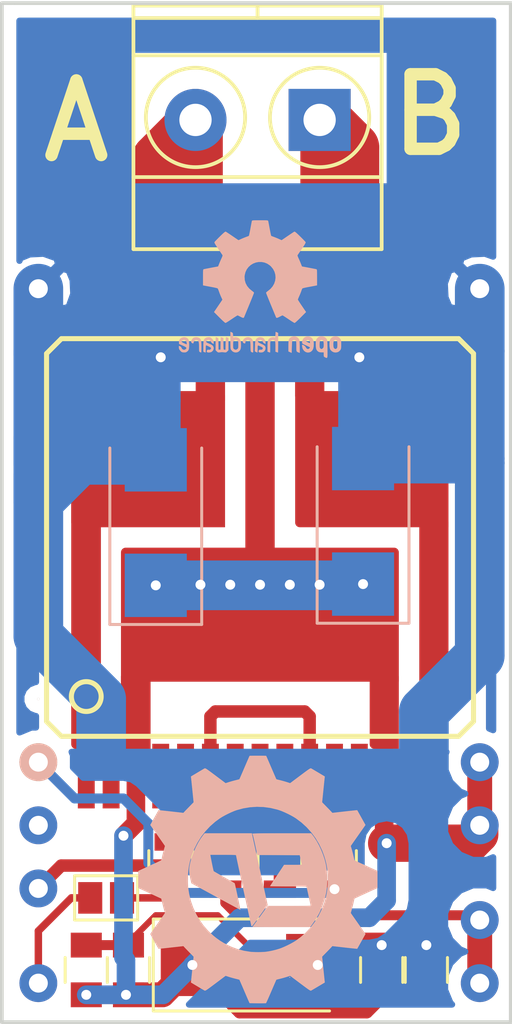
<source format=kicad_pcb>
(kicad_pcb (version 4) (host pcbnew 4.0.6+dfsg1-1)

  (general
    (links 42)
    (no_connects 4)
    (area 114.42619 38.325 145.456222 83.625)
    (thickness 1.6)
    (drawings 7)
    (tracks 217)
    (zones 0)
    (modules 17)
    (nets 14)
  )

  (page A4)
  (layers
    (0 F.Cu signal)
    (31 B.Cu signal)
    (32 B.Adhes user)
    (33 F.Adhes user)
    (34 B.Paste user)
    (35 F.Paste user)
    (36 B.SilkS user)
    (37 F.SilkS user)
    (38 B.Mask user)
    (39 F.Mask user)
    (40 Dwgs.User user)
    (41 Cmts.User user)
    (42 Eco1.User user)
    (43 Eco2.User user hide)
    (44 Edge.Cuts user)
    (45 Margin user)
    (46 B.CrtYd user hide)
    (47 F.CrtYd user)
    (48 B.Fab user)
    (49 F.Fab user hide)
  )

  (setup
    (last_trace_width 0.25)
    (user_trace_width 0.3)
    (user_trace_width 0.4)
    (user_trace_width 0.5)
    (user_trace_width 0.75)
    (user_trace_width 1)
    (user_trace_width 1.5)
    (user_trace_width 2)
    (trace_clearance 0.2)
    (zone_clearance 0.508)
    (zone_45_only yes)
    (trace_min 0.2)
    (segment_width 0.2)
    (edge_width 0.15)
    (via_size 0.6)
    (via_drill 0.4)
    (via_min_size 0.4)
    (via_min_drill 0.3)
    (uvia_size 0.3)
    (uvia_drill 0.1)
    (uvias_allowed no)
    (uvia_min_size 0.2)
    (uvia_min_drill 0.1)
    (pcb_text_width 0.3)
    (pcb_text_size 1.5 1.5)
    (mod_edge_width 0.15)
    (mod_text_size 1 1)
    (mod_text_width 0.15)
    (pad_size 1.524 1.524)
    (pad_drill 0.762)
    (pad_to_mask_clearance 0.2)
    (aux_axis_origin 0 0)
    (visible_elements FFFFFF7F)
    (pcbplotparams
      (layerselection 0x010f0_80000001)
      (usegerberextensions true)
      (excludeedgelayer true)
      (linewidth 0.100000)
      (plotframeref false)
      (viasonmask false)
      (mode 1)
      (useauxorigin true)
      (hpglpennumber 1)
      (hpglpenspeed 20)
      (hpglpendiameter 15)
      (hpglpenoverlay 2)
      (psnegative false)
      (psa4output false)
      (plotreference true)
      (plotvalue true)
      (plotinvisibletext false)
      (padsonsilk false)
      (subtractmaskfromsilk false)
      (outputformat 1)
      (mirror false)
      (drillshape 0)
      (scaleselection 1)
      (outputdirectory Output/Plot/))
  )

  (net 0 "")
  (net 1 OUT_B)
  (net 2 OUT_A)
  (net 3 EN)
  (net 4 +5V)
  (net 5 "Net-(R2-Pad1)")
  (net 6 INA1)
  (net 7 "Net-(R3-Pad1)")
  (net 8 INB1)
  (net 9 "Net-(R4-Pad1)")
  (net 10 PWM)
  (net 11 +12V)
  (net 12 GND)
  (net 13 "Net-(JP1-Pad1)")

  (net_class Default "This is the default net class."
    (clearance 0.2)
    (trace_width 0.25)
    (via_dia 0.6)
    (via_drill 0.4)
    (uvia_dia 0.3)
    (uvia_drill 0.1)
    (add_net +12V)
    (add_net +5V)
    (add_net EN)
    (add_net GND)
    (add_net INA1)
    (add_net INB1)
    (add_net "Net-(JP1-Pad1)")
    (add_net "Net-(R2-Pad1)")
    (add_net "Net-(R3-Pad1)")
    (add_net "Net-(R4-Pad1)")
    (add_net OUT_A)
    (add_net OUT_B)
    (add_net PWM)
  )

  (module Capacitors_Tantalum_SMD:CP_Tantalum_Case-U_EIA-6032-15_Reflow (layer B.Cu) (tedit 5A9EF571) (tstamp 5AA77119)
    (at 124.2 61.4 90)
    (descr "Tantalum capacitor, Case U, EIA 6032-15, 6.0x3.2x1.5mm, Reflow soldering footprint")
    (tags "capacitor tantalum smd")
    (path /5A9F0E04)
    (attr smd)
    (fp_text reference C1 (at 0 3.35 90) (layer B.SilkS) hide
      (effects (font (size 1 1) (thickness 0.15)) (justify mirror))
    )
    (fp_text value CP (at 0 -3.35 90) (layer B.Fab) hide
      (effects (font (size 1 1) (thickness 0.15)) (justify mirror))
    )
    (fp_line (start -4.2 2) (end -4.2 -2) (layer B.CrtYd) (width 0.05))
    (fp_line (start -4.2 -2) (end 4.2 -2) (layer B.CrtYd) (width 0.05))
    (fp_line (start 4.2 -2) (end 4.2 2) (layer B.CrtYd) (width 0.05))
    (fp_line (start 4.2 2) (end -4.2 2) (layer B.CrtYd) (width 0.05))
    (fp_line (start -3 1.6) (end -3 -1.6) (layer B.Fab) (width 0.1))
    (fp_line (start -3 -1.6) (end 3 -1.6) (layer B.Fab) (width 0.1))
    (fp_line (start 3 -1.6) (end 3 1.6) (layer B.Fab) (width 0.1))
    (fp_line (start 3 1.6) (end -3 1.6) (layer B.Fab) (width 0.1))
    (fp_line (start -2.4 1.6) (end -2.4 -1.6) (layer B.Fab) (width 0.1))
    (fp_line (start -2.1 1.6) (end -2.1 -1.6) (layer B.Fab) (width 0.1))
    (fp_line (start -4.1 1.85) (end 3 1.85) (layer B.SilkS) (width 0.12))
    (fp_line (start -4.1 -1.85) (end 3 -1.85) (layer B.SilkS) (width 0.12))
    (fp_line (start -4.1 1.85) (end -4.1 -1.85) (layer B.SilkS) (width 0.12))
    (pad 1 smd rect (at -2.525 0 90) (size 2.55 2.5) (layers B.Cu B.Paste B.Mask)
      (net 11 +12V))
    (pad 2 smd rect (at 2.525 0 90) (size 2.55 2.5) (layers B.Cu B.Paste B.Mask)
      (net 12 GND))
    (model Capacitors_Tantalum_SMD.3dshapes/CP_Tantalum_Case-U_EIA-6032-15.wrl
      (at (xyz 0 0 0))
      (scale (xyz 1 1 1))
      (rotate (xyz 0 0 0))
    )
  )

  (module Connectors_Terminal_Blocks:TerminalBlock_Pheonix_MKDS1.5-2pol (layer F.Cu) (tedit 5A9EF313) (tstamp 5AA753DE)
    (at 130.8 45.2 180)
    (descr "2-way 5mm pitch terminal block, Phoenix MKDS series")
    (path /5A9EFF36)
    (fp_text reference J1 (at 2.5 5.9 180) (layer F.SilkS) hide
      (effects (font (size 1 1) (thickness 0.15)))
    )
    (fp_text value Screw_Terminal_1x02 (at 2.5 -6.6 180) (layer F.Fab) hide
      (effects (font (size 1 1) (thickness 0.15)))
    )
    (fp_line (start -2.7 -5.4) (end 7.7 -5.4) (layer F.CrtYd) (width 0.05))
    (fp_line (start -2.7 4.8) (end -2.7 -5.4) (layer F.CrtYd) (width 0.05))
    (fp_line (start 7.7 4.8) (end -2.7 4.8) (layer F.CrtYd) (width 0.05))
    (fp_line (start 7.7 -5.4) (end 7.7 4.8) (layer F.CrtYd) (width 0.05))
    (fp_line (start 2.5 4.1) (end 2.5 4.6) (layer F.SilkS) (width 0.15))
    (fp_circle (center 5 0.1) (end 3 0.1) (layer F.SilkS) (width 0.15))
    (fp_circle (center 0 0.1) (end 2 0.1) (layer F.SilkS) (width 0.15))
    (fp_line (start -2.5 2.6) (end 7.5 2.6) (layer F.SilkS) (width 0.15))
    (fp_line (start -2.5 -2.3) (end 7.5 -2.3) (layer F.SilkS) (width 0.15))
    (fp_line (start -2.5 4.1) (end 7.5 4.1) (layer F.SilkS) (width 0.15))
    (fp_line (start -2.5 4.6) (end 7.5 4.6) (layer F.SilkS) (width 0.15))
    (fp_line (start 7.5 4.6) (end 7.5 -5.2) (layer F.SilkS) (width 0.15))
    (fp_line (start 7.5 -5.2) (end -2.5 -5.2) (layer F.SilkS) (width 0.15))
    (fp_line (start -2.5 -5.2) (end -2.5 4.6) (layer F.SilkS) (width 0.15))
    (pad 1 thru_hole rect (at 0 0 180) (size 2.5 2.5) (drill 1.3) (layers *.Cu *.Mask)
      (net 1 OUT_B))
    (pad 2 thru_hole circle (at 5 0 180) (size 2.5 2.5) (drill 1.3) (layers *.Cu *.Mask)
      (net 2 OUT_A))
    (model Terminal_Blocks.3dshapes/TerminalBlock_Pheonix_MKDS1.5-2pol.wrl
      (at (xyz 0.0984 0 0))
      (scale (xyz 1 1 1))
      (rotate (xyz 0 0 0))
    )
  )

  (module Resistors_SMD:R_0805 (layer F.Cu) (tedit 5A9EF551) (tstamp 5AA753EF)
    (at 127 75.2 270)
    (descr "Resistor SMD 0805, reflow soldering, Vishay (see dcrcw.pdf)")
    (tags "resistor 0805")
    (path /5A9EF2D0)
    (attr smd)
    (fp_text reference R1 (at 0 -1.65 270) (layer F.SilkS) hide
      (effects (font (size 1 1) (thickness 0.15)))
    )
    (fp_text value 3K3 (at 0 1.75 270) (layer F.Fab) hide
      (effects (font (size 1 1) (thickness 0.15)))
    )
    (fp_text user %R (at 0 -1.65 270) (layer F.Fab)
      (effects (font (size 1 1) (thickness 0.15)))
    )
    (fp_line (start -1 0.62) (end -1 -0.62) (layer F.Fab) (width 0.1))
    (fp_line (start 1 0.62) (end -1 0.62) (layer F.Fab) (width 0.1))
    (fp_line (start 1 -0.62) (end 1 0.62) (layer F.Fab) (width 0.1))
    (fp_line (start -1 -0.62) (end 1 -0.62) (layer F.Fab) (width 0.1))
    (fp_line (start 0.6 0.88) (end -0.6 0.88) (layer F.SilkS) (width 0.12))
    (fp_line (start -0.6 -0.88) (end 0.6 -0.88) (layer F.SilkS) (width 0.12))
    (fp_line (start -1.55 -0.9) (end 1.55 -0.9) (layer F.CrtYd) (width 0.05))
    (fp_line (start -1.55 -0.9) (end -1.55 0.9) (layer F.CrtYd) (width 0.05))
    (fp_line (start 1.55 0.9) (end 1.55 -0.9) (layer F.CrtYd) (width 0.05))
    (fp_line (start 1.55 0.9) (end -1.55 0.9) (layer F.CrtYd) (width 0.05))
    (pad 1 smd rect (at -0.95 0 270) (size 0.7 1.3) (layers F.Cu F.Paste F.Mask)
      (net 3 EN))
    (pad 2 smd rect (at 0.95 0 270) (size 0.7 1.3) (layers F.Cu F.Paste F.Mask)
      (net 4 +5V))
    (model Resistors_SMD.3dshapes/R_0805.wrl
      (at (xyz 0 0 0))
      (scale (xyz 1 1 1))
      (rotate (xyz 0 0 0))
    )
  )

  (module Resistors_SMD:R_0805 (layer F.Cu) (tedit 5A9EF54E) (tstamp 5AA75400)
    (at 124.8 75.2 270)
    (descr "Resistor SMD 0805, reflow soldering, Vishay (see dcrcw.pdf)")
    (tags "resistor 0805")
    (path /5A9EECFF)
    (attr smd)
    (fp_text reference R2 (at -0.2 1.3 270) (layer F.SilkS) hide
      (effects (font (size 1 1) (thickness 0.15)))
    )
    (fp_text value 1K (at 0 1.75 270) (layer F.Fab) hide
      (effects (font (size 1 1) (thickness 0.15)))
    )
    (fp_text user %R (at 0 -1.65 270) (layer F.Fab)
      (effects (font (size 1 1) (thickness 0.15)))
    )
    (fp_line (start -1 0.62) (end -1 -0.62) (layer F.Fab) (width 0.1))
    (fp_line (start 1 0.62) (end -1 0.62) (layer F.Fab) (width 0.1))
    (fp_line (start 1 -0.62) (end 1 0.62) (layer F.Fab) (width 0.1))
    (fp_line (start -1 -0.62) (end 1 -0.62) (layer F.Fab) (width 0.1))
    (fp_line (start 0.6 0.88) (end -0.6 0.88) (layer F.SilkS) (width 0.12))
    (fp_line (start -0.6 -0.88) (end 0.6 -0.88) (layer F.SilkS) (width 0.12))
    (fp_line (start -1.55 -0.9) (end 1.55 -0.9) (layer F.CrtYd) (width 0.05))
    (fp_line (start -1.55 -0.9) (end -1.55 0.9) (layer F.CrtYd) (width 0.05))
    (fp_line (start 1.55 0.9) (end 1.55 -0.9) (layer F.CrtYd) (width 0.05))
    (fp_line (start 1.55 0.9) (end -1.55 0.9) (layer F.CrtYd) (width 0.05))
    (pad 1 smd rect (at -0.95 0 270) (size 0.7 1.3) (layers F.Cu F.Paste F.Mask)
      (net 5 "Net-(R2-Pad1)"))
    (pad 2 smd rect (at 0.95 0 270) (size 0.7 1.3) (layers F.Cu F.Paste F.Mask)
      (net 6 INA1))
    (model Resistors_SMD.3dshapes/R_0805.wrl
      (at (xyz 0 0 0))
      (scale (xyz 1 1 1))
      (rotate (xyz 0 0 0))
    )
  )

  (module Resistors_SMD:R_0805 (layer F.Cu) (tedit 5A9EF559) (tstamp 5AA75411)
    (at 131.4 75.2 270)
    (descr "Resistor SMD 0805, reflow soldering, Vishay (see dcrcw.pdf)")
    (tags "resistor 0805")
    (path /5A9EECD7)
    (attr smd)
    (fp_text reference R3 (at 0 -1.65 270) (layer F.SilkS) hide
      (effects (font (size 1 1) (thickness 0.15)))
    )
    (fp_text value 1K (at 0 1.75 270) (layer F.Fab) hide
      (effects (font (size 1 1) (thickness 0.15)))
    )
    (fp_text user %R (at 0 -1.65 270) (layer F.Fab)
      (effects (font (size 1 1) (thickness 0.15)))
    )
    (fp_line (start -1 0.62) (end -1 -0.62) (layer F.Fab) (width 0.1))
    (fp_line (start 1 0.62) (end -1 0.62) (layer F.Fab) (width 0.1))
    (fp_line (start 1 -0.62) (end 1 0.62) (layer F.Fab) (width 0.1))
    (fp_line (start -1 -0.62) (end 1 -0.62) (layer F.Fab) (width 0.1))
    (fp_line (start 0.6 0.88) (end -0.6 0.88) (layer F.SilkS) (width 0.12))
    (fp_line (start -0.6 -0.88) (end 0.6 -0.88) (layer F.SilkS) (width 0.12))
    (fp_line (start -1.55 -0.9) (end 1.55 -0.9) (layer F.CrtYd) (width 0.05))
    (fp_line (start -1.55 -0.9) (end -1.55 0.9) (layer F.CrtYd) (width 0.05))
    (fp_line (start 1.55 0.9) (end 1.55 -0.9) (layer F.CrtYd) (width 0.05))
    (fp_line (start 1.55 0.9) (end -1.55 0.9) (layer F.CrtYd) (width 0.05))
    (pad 1 smd rect (at -0.95 0 270) (size 0.7 1.3) (layers F.Cu F.Paste F.Mask)
      (net 7 "Net-(R3-Pad1)"))
    (pad 2 smd rect (at 0.95 0 270) (size 0.7 1.3) (layers F.Cu F.Paste F.Mask)
      (net 8 INB1))
    (model Resistors_SMD.3dshapes/R_0805.wrl
      (at (xyz 0 0 0))
      (scale (xyz 1 1 1))
      (rotate (xyz 0 0 0))
    )
  )

  (module Resistors_SMD:R_0805 (layer F.Cu) (tedit 5A9EF557) (tstamp 5AA75422)
    (at 129.2 75.2 270)
    (descr "Resistor SMD 0805, reflow soldering, Vishay (see dcrcw.pdf)")
    (tags "resistor 0805")
    (path /5A9EEB25)
    (attr smd)
    (fp_text reference R4 (at 0 -1.65 270) (layer F.SilkS) hide
      (effects (font (size 1 1) (thickness 0.15)))
    )
    (fp_text value 1K (at 0 1.75 270) (layer F.Fab) hide
      (effects (font (size 1 1) (thickness 0.15)))
    )
    (fp_text user %R (at 0 -1.65 270) (layer F.Fab)
      (effects (font (size 1 1) (thickness 0.15)))
    )
    (fp_line (start -1 0.62) (end -1 -0.62) (layer F.Fab) (width 0.1))
    (fp_line (start 1 0.62) (end -1 0.62) (layer F.Fab) (width 0.1))
    (fp_line (start 1 -0.62) (end 1 0.62) (layer F.Fab) (width 0.1))
    (fp_line (start -1 -0.62) (end 1 -0.62) (layer F.Fab) (width 0.1))
    (fp_line (start 0.6 0.88) (end -0.6 0.88) (layer F.SilkS) (width 0.12))
    (fp_line (start -0.6 -0.88) (end 0.6 -0.88) (layer F.SilkS) (width 0.12))
    (fp_line (start -1.55 -0.9) (end 1.55 -0.9) (layer F.CrtYd) (width 0.05))
    (fp_line (start -1.55 -0.9) (end -1.55 0.9) (layer F.CrtYd) (width 0.05))
    (fp_line (start 1.55 0.9) (end 1.55 -0.9) (layer F.CrtYd) (width 0.05))
    (fp_line (start 1.55 0.9) (end -1.55 0.9) (layer F.CrtYd) (width 0.05))
    (pad 1 smd rect (at -0.95 0 270) (size 0.7 1.3) (layers F.Cu F.Paste F.Mask)
      (net 9 "Net-(R4-Pad1)"))
    (pad 2 smd rect (at 0.95 0 270) (size 0.7 1.3) (layers F.Cu F.Paste F.Mask)
      (net 10 PWM))
    (model Resistors_SMD.3dshapes/R_0805.wrl
      (at (xyz 0 0 0))
      (scale (xyz 1 1 1))
      (rotate (xyz 0 0 0))
    )
  )

  (module VNH2SP30:MULTIPOWER30 (layer F.Cu) (tedit 5A9EE11C) (tstamp 5AA75459)
    (at 128.4 62)
    (path /5A9EE1BD)
    (attr smd)
    (fp_text reference U1 (at 11.7583 -6.61878) (layer F.SilkS) hide
      (effects (font (size 1.12128 1.12128) (thickness 0.05)))
    )
    (fp_text value VNH2SP30 (at 12.4957 -4.82653) (layer F.SilkS) hide
      (effects (font (size 1.12357 1.12357) (thickness 0.05)))
    )
    (fp_poly (pts (xy -5.4141 5.6) (xy -4.6 5.6) (xy -4.6 8.32167) (xy -5.4141 8.32167)) (layer F.Cu) (width 0.381))
    (fp_poly (pts (xy 4.60741 5.6) (xy 5.4 5.6) (xy 5.4 8.31336) (xy 4.60741 8.31336)) (layer F.Cu) (width 0.381))
    (fp_poly (pts (xy -0.400861 -8.3) (xy 0.4 -8.3) (xy 0.4 0.601291) (xy -0.400861 0.601291)) (layer F.Cu) (width 0.381))
    (fp_poly (pts (xy -2.40154 -8.3) (xy -1.6 -8.3) (xy -1.6 -5.70365) (xy -2.40154 -5.70365)) (layer F.Cu) (width 0.381))
    (fp_poly (pts (xy 1.60251 -8.3) (xy 2.4 -8.3) (xy 2.4 -5.70892) (xy 1.60251 -5.70892)) (layer F.Cu) (width 0.381))
    (fp_poly (pts (xy 6.6113 -8.3) (xy 7.4 -8.3) (xy 7.4 -5.70975) (xy 6.6113 -5.70975)) (layer F.Cu) (width 0.381))
    (fp_poly (pts (xy -7.40602 -8.3) (xy -6.6 -8.3) (xy -6.6 -5.70464) (xy -7.40602 -5.70464)) (layer F.Cu) (width 0.381))
    (fp_poly (pts (xy 6.60561 -0.6) (xy 7.4 -0.6) (xy 7.4 8.30706) (xy 6.60561 8.30706)) (layer F.Cu) (width 0.381))
    (fp_poly (pts (xy -7.41482 -0.6) (xy -6.6 -0.6) (xy -6.6 8.31662) (xy -7.41482 8.31662)) (layer F.Cu) (width 0.381))
    (fp_poly (pts (xy -7.4184 -5.7) (xy -1.6 -5.7) (xy -1.6 -0.601492) (xy -7.4184 -0.601492)) (layer F.Cu) (width 0.381))
    (fp_poly (pts (xy 1.60558 -5.7) (xy 7.4 -5.7) (xy 7.4 -0.602093) (xy 1.60558 -0.602093)) (layer F.Cu) (width 0.381))
    (fp_poly (pts (xy -5.41097 0.6) (xy 5.4 0.6) (xy 5.4 5.61138) (xy -5.41097 5.61138)) (layer F.Cu) (width 0.381))
    (fp_line (start -8 -8) (end 8 -8) (layer F.SilkS) (width 0.2032))
    (fp_line (start -8 8) (end 8 8) (layer F.SilkS) (width 0.2032))
    (fp_line (start -8.6 -7.4) (end -8 -8) (layer F.SilkS) (width 0.2032))
    (fp_line (start 8.6 -7.4) (end 8 -8) (layer F.SilkS) (width 0.2032))
    (fp_line (start 8.6 -7.4) (end 8.6 7.4) (layer F.SilkS) (width 0.2032))
    (fp_line (start 8.6 7.4) (end 8 8) (layer F.SilkS) (width 0.2032))
    (fp_line (start -8.6 -7.4) (end -8.6 7.4) (layer F.SilkS) (width 0.2032))
    (fp_line (start -8.6 7.4) (end -8 8) (layer F.SilkS) (width 0.2032))
    (fp_circle (center -7 6.4) (end -6.4 6.4) (layer F.SilkS) (width 0.2032))
    (pad P$1 smd rect (at -7 9.6) (size 0.68 2.6) (layers F.Cu F.Paste F.Mask)
      (net 2 OUT_A))
    (pad P$2 smd rect (at -6 9.6) (size 0.68 2.6) (layers F.Cu F.Paste F.Mask))
    (pad P$3 smd rect (at -5 9.6) (size 0.68 2.6) (layers F.Cu F.Paste F.Mask)
      (net 11 +12V))
    (pad P$4 smd rect (at -4 9.6) (size 0.68 2.6) (layers F.Cu F.Paste F.Mask))
    (pad P$5 smd rect (at -3 9.6) (size 0.68 2.6) (layers F.Cu F.Paste F.Mask)
      (net 5 "Net-(R2-Pad1)"))
    (pad P$6 smd rect (at -2 9.6) (size 0.68 2.6) (layers F.Cu F.Paste F.Mask)
      (net 3 EN))
    (pad P$7 smd rect (at -1 9.6) (size 0.68 2.6) (layers F.Cu F.Paste F.Mask))
    (pad P$8 smd rect (at 0 9.6) (size 0.68 2.6) (layers F.Cu F.Paste F.Mask)
      (net 9 "Net-(R4-Pad1)"))
    (pad P$9 smd rect (at 1 9.6) (size 0.68 2.6) (layers F.Cu F.Paste F.Mask))
    (pad P$10 smd rect (at 2 9.6) (size 0.68 2.6) (layers F.Cu F.Paste F.Mask)
      (net 3 EN))
    (pad P$11 smd rect (at 3 9.6) (size 0.68 2.6) (layers F.Cu F.Paste F.Mask)
      (net 7 "Net-(R3-Pad1)"))
    (pad P$12 smd rect (at 4 9.6) (size 0.68 2.6) (layers F.Cu F.Paste F.Mask))
    (pad P$13 smd rect (at 5 9.6) (size 0.68 2.6) (layers F.Cu F.Paste F.Mask)
      (net 11 +12V))
    (pad P$14 smd rect (at 6 9.6) (size 0.68 2.6) (layers F.Cu F.Paste F.Mask))
    (pad P$15 smd rect (at 7 9.6) (size 0.68 2.6) (layers F.Cu F.Paste F.Mask)
      (net 1 OUT_B))
    (pad P$16 smd rect (at 7 -9.6) (size 0.68 2.6) (layers F.Cu F.Paste F.Mask)
      (net 1 OUT_B))
    (pad P$17 smd rect (at 6 -9.6) (size 0.68 2.6) (layers F.Cu F.Paste F.Mask))
    (pad P$18 smd rect (at 5 -9.6) (size 0.68 2.6) (layers F.Cu F.Paste F.Mask)
      (net 12 GND))
    (pad P$19 smd rect (at 4 -9.6) (size 0.68 2.6) (layers F.Cu F.Paste F.Mask)
      (net 12 GND))
    (pad P$20 smd rect (at 3 -9.6) (size 0.68 2.6) (layers F.Cu F.Paste F.Mask)
      (net 12 GND))
    (pad P$21 smd rect (at 2 -9.6) (size 0.68 2.6) (layers F.Cu F.Paste F.Mask)
      (net 1 OUT_B))
    (pad P$22 smd rect (at 1 -9.6) (size 0.68 2.6) (layers F.Cu F.Paste F.Mask))
    (pad P$23 smd rect (at 0 -9.6) (size 0.68 2.6) (layers F.Cu F.Paste F.Mask)
      (net 11 +12V))
    (pad P$24 smd rect (at -1 -9.6) (size 0.68 2.6) (layers F.Cu F.Paste F.Mask))
    (pad P$25 smd rect (at -2 -9.6) (size 0.68 2.6) (layers F.Cu F.Paste F.Mask)
      (net 2 OUT_A))
    (pad P$26 smd rect (at -3 -9.6) (size 0.68 2.6) (layers F.Cu F.Paste F.Mask)
      (net 12 GND))
    (pad P$27 smd rect (at -4 -9.6) (size 0.68 2.6) (layers F.Cu F.Paste F.Mask)
      (net 12 GND))
    (pad P$28 smd rect (at -5 -9.6) (size 0.68 2.6) (layers F.Cu F.Paste F.Mask)
      (net 12 GND))
    (pad P$29 smd rect (at -6 -9.6) (size 0.68 2.6) (layers F.Cu F.Paste F.Mask))
    (pad P$30 smd rect (at -7 -9.6) (size 0.68 2.6) (layers F.Cu F.Paste F.Mask)
      (net 2 OUT_A))
  )

  (module Aktuator_Module:Aktuator_Module (layer F.Cu) (tedit 5A9EF30B) (tstamp 5AA75770)
    (at 118.2 81.2)
    (path /5A9EE2DA)
    (attr virtual)
    (fp_text reference M1 (at 10.795 -1.27) (layer F.SilkS) hide
      (effects (font (size 1 1) (thickness 0.15)))
    )
    (fp_text value Aktuator_Module (at 10.16 -17.78) (layer F.Fab) hide
      (effects (font (size 1 1) (thickness 0.15)))
    )
    (fp_text user 5V (at 17.526 -2.54 90) (layer B.SilkS) hide
      (effects (font (size 1 1) (thickness 0.15)) (justify mirror))
    )
    (fp_text user S (at 2.794 -1.27) (layer B.SilkS) hide
      (effects (font (size 1 1) (thickness 0.15)) (justify mirror))
    )
    (fp_text user G (at 2.794 -29.21) (layer B.SilkS) hide
      (effects (font (size 1 1) (thickness 0.15)) (justify mirror))
    )
    (fp_text user G (at 17.526 -29.21) (layer B.SilkS) hide
      (effects (font (size 1 1) (thickness 0.15)) (justify mirror))
    )
    (fp_text user 12V (at 17.526 -8.89 90) (layer B.SilkS) hide
      (effects (font (size 1 1) (thickness 0.15)) (justify mirror))
    )
    (pad 1 thru_hole circle (at 19.05 -1.27) (size 1.524 1.524) (drill 0.762) (layers *.Cu *.Mask)
      (net 4 +5V))
    (pad 1 thru_hole circle (at 19.05 -3.81) (size 1.524 1.524) (drill 0.762) (layers *.Cu *.Mask)
      (net 4 +5V))
    (pad 2 thru_hole circle (at 19.05 -7.62) (size 1.524 1.524) (drill 0.762) (layers *.Cu *.Mask)
      (net 11 +12V))
    (pad 2 thru_hole circle (at 19.05 -10.16) (size 1.524 1.524) (drill 0.762) (layers *.Cu *.Mask)
      (net 11 +12V))
    (pad 3 thru_hole circle (at 1.27 -1.27) (size 1.524 1.524) (drill 0.762) (layers *.Cu *.Mask)
      (net 13 "Net-(JP1-Pad1)"))
    (pad 4 thru_hole circle (at 1.27 -29.21) (size 1.524 1.524) (drill 0.762) (layers *.Cu *.Mask)
      (net 12 GND))
    (pad 4 thru_hole circle (at 19.05 -29.21) (size 1.524 1.524) (drill 0.762) (layers *.Cu *.Mask)
      (net 12 GND))
    (pad 6 thru_hole circle (at 1.27 -5.08) (size 1.524 1.524) (drill 0.762) (layers *.Cu *.Mask)
      (net 10 PWM))
    (pad 7 thru_hole circle (at 1.27 -7.62) (size 1.524 1.524) (drill 0.762) (layers *.Cu *.Mask))
    (pad 8 thru_hole circle (at 1.27 -10.16) (size 1.524 1.524) (drill 0.762) (layers *.Cu *.SilkS *.Mask)
      (net 8 INB1))
    (pad 9 thru_hole circle (at 1.27 -12.7) (size 0.1 0.1) (drill 0.1) (layers *.Cu *.SilkS))
  )

  (module Capacitors_SMD:C_0805 (layer F.Cu) (tedit 5A9EF548) (tstamp 5AA7712A)
    (at 123.1 79.4 90)
    (descr "Capacitor SMD 0805, reflow soldering, AVX (see smccp.pdf)")
    (tags "capacitor 0805")
    (path /5A9F18C1)
    (attr smd)
    (fp_text reference C2 (at 0 -1.5 90) (layer F.SilkS) hide
      (effects (font (size 1 1) (thickness 0.15)))
    )
    (fp_text value C (at 0 1.75 90) (layer F.Fab) hide
      (effects (font (size 1 1) (thickness 0.15)))
    )
    (fp_text user %R (at 0 -1.5 90) (layer F.Fab)
      (effects (font (size 1 1) (thickness 0.15)))
    )
    (fp_line (start -1 0.62) (end -1 -0.62) (layer F.Fab) (width 0.1))
    (fp_line (start 1 0.62) (end -1 0.62) (layer F.Fab) (width 0.1))
    (fp_line (start 1 -0.62) (end 1 0.62) (layer F.Fab) (width 0.1))
    (fp_line (start -1 -0.62) (end 1 -0.62) (layer F.Fab) (width 0.1))
    (fp_line (start 0.5 -0.85) (end -0.5 -0.85) (layer F.SilkS) (width 0.12))
    (fp_line (start -0.5 0.85) (end 0.5 0.85) (layer F.SilkS) (width 0.12))
    (fp_line (start -1.75 -0.88) (end 1.75 -0.88) (layer F.CrtYd) (width 0.05))
    (fp_line (start -1.75 -0.88) (end -1.75 0.87) (layer F.CrtYd) (width 0.05))
    (fp_line (start 1.75 0.87) (end 1.75 -0.88) (layer F.CrtYd) (width 0.05))
    (fp_line (start 1.75 0.87) (end -1.75 0.87) (layer F.CrtYd) (width 0.05))
    (pad 1 smd rect (at -1 0 90) (size 1 1.25) (layers F.Cu F.Paste F.Mask)
      (net 11 +12V))
    (pad 2 smd rect (at 1 0 90) (size 1 1.25) (layers F.Cu F.Paste F.Mask)
      (net 12 GND))
    (model Capacitors_SMD.3dshapes/C_0805.wrl
      (at (xyz 0 0 0))
      (scale (xyz 1 1 1))
      (rotate (xyz 0 0 0))
    )
  )

  (module Capacitors_Tantalum_SMD:CP_Tantalum_Case-U_EIA-6032-15_Reflow (layer B.Cu) (tedit 5A9EF573) (tstamp 5AA7713D)
    (at 132.55 61.35 90)
    (descr "Tantalum capacitor, Case U, EIA 6032-15, 6.0x3.2x1.5mm, Reflow soldering footprint")
    (tags "capacitor tantalum smd")
    (path /5A9F1642)
    (attr smd)
    (fp_text reference C3 (at 0 3.35 90) (layer B.SilkS) hide
      (effects (font (size 1 1) (thickness 0.15)) (justify mirror))
    )
    (fp_text value CP (at 0 -3.35 90) (layer B.Fab) hide
      (effects (font (size 1 1) (thickness 0.15)) (justify mirror))
    )
    (fp_line (start -4.2 2) (end -4.2 -2) (layer B.CrtYd) (width 0.05))
    (fp_line (start -4.2 -2) (end 4.2 -2) (layer B.CrtYd) (width 0.05))
    (fp_line (start 4.2 -2) (end 4.2 2) (layer B.CrtYd) (width 0.05))
    (fp_line (start 4.2 2) (end -4.2 2) (layer B.CrtYd) (width 0.05))
    (fp_line (start -3 1.6) (end -3 -1.6) (layer B.Fab) (width 0.1))
    (fp_line (start -3 -1.6) (end 3 -1.6) (layer B.Fab) (width 0.1))
    (fp_line (start 3 -1.6) (end 3 1.6) (layer B.Fab) (width 0.1))
    (fp_line (start 3 1.6) (end -3 1.6) (layer B.Fab) (width 0.1))
    (fp_line (start -2.4 1.6) (end -2.4 -1.6) (layer B.Fab) (width 0.1))
    (fp_line (start -2.1 1.6) (end -2.1 -1.6) (layer B.Fab) (width 0.1))
    (fp_line (start -4.1 1.85) (end 3 1.85) (layer B.SilkS) (width 0.12))
    (fp_line (start -4.1 -1.85) (end 3 -1.85) (layer B.SilkS) (width 0.12))
    (fp_line (start -4.1 1.85) (end -4.1 -1.85) (layer B.SilkS) (width 0.12))
    (pad 1 smd rect (at -2.525 0 90) (size 2.55 2.5) (layers B.Cu B.Paste B.Mask)
      (net 11 +12V))
    (pad 2 smd rect (at 2.525 0 90) (size 2.55 2.5) (layers B.Cu B.Paste B.Mask)
      (net 12 GND))
    (model Capacitors_Tantalum_SMD.3dshapes/CP_Tantalum_Case-U_EIA-6032-15.wrl
      (at (xyz 0 0 0))
      (scale (xyz 1 1 1))
      (rotate (xyz 0 0 0))
    )
  )

  (module Capacitors_SMD:C_0805 (layer F.Cu) (tedit 5A9EF54B) (tstamp 5AA7714E)
    (at 121.4 79.4 90)
    (descr "Capacitor SMD 0805, reflow soldering, AVX (see smccp.pdf)")
    (tags "capacitor 0805")
    (path /5A9F1B1B)
    (attr smd)
    (fp_text reference C4 (at 0 -1.5 90) (layer F.SilkS) hide
      (effects (font (size 1 1) (thickness 0.15)))
    )
    (fp_text value C (at 0 1.75 90) (layer F.Fab) hide
      (effects (font (size 1 1) (thickness 0.15)))
    )
    (fp_text user %R (at 0 -1.5 90) (layer F.Fab)
      (effects (font (size 1 1) (thickness 0.15)))
    )
    (fp_line (start -1 0.62) (end -1 -0.62) (layer F.Fab) (width 0.1))
    (fp_line (start 1 0.62) (end -1 0.62) (layer F.Fab) (width 0.1))
    (fp_line (start 1 -0.62) (end 1 0.62) (layer F.Fab) (width 0.1))
    (fp_line (start -1 -0.62) (end 1 -0.62) (layer F.Fab) (width 0.1))
    (fp_line (start 0.5 -0.85) (end -0.5 -0.85) (layer F.SilkS) (width 0.12))
    (fp_line (start -0.5 0.85) (end 0.5 0.85) (layer F.SilkS) (width 0.12))
    (fp_line (start -1.75 -0.88) (end 1.75 -0.88) (layer F.CrtYd) (width 0.05))
    (fp_line (start -1.75 -0.88) (end -1.75 0.87) (layer F.CrtYd) (width 0.05))
    (fp_line (start 1.75 0.87) (end 1.75 -0.88) (layer F.CrtYd) (width 0.05))
    (fp_line (start 1.75 0.87) (end -1.75 0.87) (layer F.CrtYd) (width 0.05))
    (pad 1 smd rect (at -1 0 90) (size 1 1.25) (layers F.Cu F.Paste F.Mask)
      (net 11 +12V))
    (pad 2 smd rect (at 1 0 90) (size 1 1.25) (layers F.Cu F.Paste F.Mask)
      (net 12 GND))
    (model Capacitors_SMD.3dshapes/C_0805.wrl
      (at (xyz 0 0 0))
      (scale (xyz 1 1 1))
      (rotate (xyz 0 0 0))
    )
  )

  (module Capacitors_Tantalum_SMD:CP_Tantalum_Case-U_EIA-6032-15_Reflow (layer F.Cu) (tedit 5A9EF554) (tstamp 5AA77161)
    (at 128.2 79.2)
    (descr "Tantalum capacitor, Case U, EIA 6032-15, 6.0x3.2x1.5mm, Reflow soldering footprint")
    (tags "capacitor tantalum smd")
    (path /5A9F16A2)
    (attr smd)
    (fp_text reference C5 (at 0 -3.35) (layer F.SilkS) hide
      (effects (font (size 1 1) (thickness 0.15)))
    )
    (fp_text value CP (at 0 3.35) (layer F.Fab) hide
      (effects (font (size 1 1) (thickness 0.15)))
    )
    (fp_line (start -4.2 -2) (end -4.2 2) (layer F.CrtYd) (width 0.05))
    (fp_line (start -4.2 2) (end 4.2 2) (layer F.CrtYd) (width 0.05))
    (fp_line (start 4.2 2) (end 4.2 -2) (layer F.CrtYd) (width 0.05))
    (fp_line (start 4.2 -2) (end -4.2 -2) (layer F.CrtYd) (width 0.05))
    (fp_line (start -3 -1.6) (end -3 1.6) (layer F.Fab) (width 0.1))
    (fp_line (start -3 1.6) (end 3 1.6) (layer F.Fab) (width 0.1))
    (fp_line (start 3 1.6) (end 3 -1.6) (layer F.Fab) (width 0.1))
    (fp_line (start 3 -1.6) (end -3 -1.6) (layer F.Fab) (width 0.1))
    (fp_line (start -2.4 -1.6) (end -2.4 1.6) (layer F.Fab) (width 0.1))
    (fp_line (start -2.1 -1.6) (end -2.1 1.6) (layer F.Fab) (width 0.1))
    (fp_line (start -4.1 -1.85) (end 3 -1.85) (layer F.SilkS) (width 0.12))
    (fp_line (start -4.1 1.85) (end 3 1.85) (layer F.SilkS) (width 0.12))
    (fp_line (start -4.1 -1.85) (end -4.1 1.85) (layer F.SilkS) (width 0.12))
    (pad 1 smd rect (at -2.525 0) (size 2.55 2.5) (layers F.Cu F.Paste F.Mask)
      (net 11 +12V))
    (pad 2 smd rect (at 2.525 0) (size 2.55 2.5) (layers F.Cu F.Paste F.Mask)
      (net 12 GND))
    (model Capacitors_Tantalum_SMD.3dshapes/CP_Tantalum_Case-U_EIA-6032-15.wrl
      (at (xyz 0 0 0))
      (scale (xyz 1 1 1))
      (rotate (xyz 0 0 0))
    )
  )

  (module Capacitors_SMD:C_0805 (layer F.Cu) (tedit 5A9EF560) (tstamp 5AA77172)
    (at 133.3 79.4 90)
    (descr "Capacitor SMD 0805, reflow soldering, AVX (see smccp.pdf)")
    (tags "capacitor 0805")
    (path /5A9F1C33)
    (attr smd)
    (fp_text reference C6 (at 0 -1.5 90) (layer F.SilkS) hide
      (effects (font (size 1 1) (thickness 0.15)))
    )
    (fp_text value C (at 0 1.75 90) (layer F.Fab) hide
      (effects (font (size 1 1) (thickness 0.15)))
    )
    (fp_text user %R (at 0 -1.5 90) (layer F.Fab)
      (effects (font (size 1 1) (thickness 0.15)))
    )
    (fp_line (start -1 0.62) (end -1 -0.62) (layer F.Fab) (width 0.1))
    (fp_line (start 1 0.62) (end -1 0.62) (layer F.Fab) (width 0.1))
    (fp_line (start 1 -0.62) (end 1 0.62) (layer F.Fab) (width 0.1))
    (fp_line (start -1 -0.62) (end 1 -0.62) (layer F.Fab) (width 0.1))
    (fp_line (start 0.5 -0.85) (end -0.5 -0.85) (layer F.SilkS) (width 0.12))
    (fp_line (start -0.5 0.85) (end 0.5 0.85) (layer F.SilkS) (width 0.12))
    (fp_line (start -1.75 -0.88) (end 1.75 -0.88) (layer F.CrtYd) (width 0.05))
    (fp_line (start -1.75 -0.88) (end -1.75 0.87) (layer F.CrtYd) (width 0.05))
    (fp_line (start 1.75 0.87) (end 1.75 -0.88) (layer F.CrtYd) (width 0.05))
    (fp_line (start 1.75 0.87) (end -1.75 0.87) (layer F.CrtYd) (width 0.05))
    (pad 1 smd rect (at -1 0 90) (size 1 1.25) (layers F.Cu F.Paste F.Mask)
      (net 11 +12V))
    (pad 2 smd rect (at 1 0 90) (size 1 1.25) (layers F.Cu F.Paste F.Mask)
      (net 12 GND))
    (model Capacitors_SMD.3dshapes/C_0805.wrl
      (at (xyz 0 0 0))
      (scale (xyz 1 1 1))
      (rotate (xyz 0 0 0))
    )
  )

  (module Capacitors_SMD:C_0805 (layer F.Cu) (tedit 5A9EF563) (tstamp 5AA77183)
    (at 135.1 79.4 90)
    (descr "Capacitor SMD 0805, reflow soldering, AVX (see smccp.pdf)")
    (tags "capacitor 0805")
    (path /5A9F1C47)
    (attr smd)
    (fp_text reference C7 (at 0 -1.5 90) (layer F.SilkS) hide
      (effects (font (size 1 1) (thickness 0.15)))
    )
    (fp_text value C (at 0 1.75 90) (layer F.Fab) hide
      (effects (font (size 1 1) (thickness 0.15)))
    )
    (fp_text user %R (at 0 -1.5 90) (layer F.Fab)
      (effects (font (size 1 1) (thickness 0.15)))
    )
    (fp_line (start -1 0.62) (end -1 -0.62) (layer F.Fab) (width 0.1))
    (fp_line (start 1 0.62) (end -1 0.62) (layer F.Fab) (width 0.1))
    (fp_line (start 1 -0.62) (end 1 0.62) (layer F.Fab) (width 0.1))
    (fp_line (start -1 -0.62) (end 1 -0.62) (layer F.Fab) (width 0.1))
    (fp_line (start 0.5 -0.85) (end -0.5 -0.85) (layer F.SilkS) (width 0.12))
    (fp_line (start -0.5 0.85) (end 0.5 0.85) (layer F.SilkS) (width 0.12))
    (fp_line (start -1.75 -0.88) (end 1.75 -0.88) (layer F.CrtYd) (width 0.05))
    (fp_line (start -1.75 -0.88) (end -1.75 0.87) (layer F.CrtYd) (width 0.05))
    (fp_line (start 1.75 0.87) (end 1.75 -0.88) (layer F.CrtYd) (width 0.05))
    (fp_line (start 1.75 0.87) (end -1.75 0.87) (layer F.CrtYd) (width 0.05))
    (pad 1 smd rect (at -1 0 90) (size 1 1.25) (layers F.Cu F.Paste F.Mask)
      (net 11 +12V))
    (pad 2 smd rect (at 1 0 90) (size 1 1.25) (layers F.Cu F.Paste F.Mask)
      (net 12 GND))
    (model Capacitors_SMD.3dshapes/C_0805.wrl
      (at (xyz 0 0 0))
      (scale (xyz 1 1 1))
      (rotate (xyz 0 0 0))
    )
  )

  (module Connectors:GS2 (layer F.Cu) (tedit 5A9EF544) (tstamp 5AA7D06E)
    (at 122.2 76.5 90)
    (descr "2-pin solder bridge")
    (tags "solder bridge")
    (path /5A9F2CAF)
    (attr smd)
    (fp_text reference JP1 (at 1.78 0 180) (layer F.SilkS) hide
      (effects (font (size 1 1) (thickness 0.15)))
    )
    (fp_text value Jumper (at -1.8 0 180) (layer F.Fab) hide
      (effects (font (size 1 1) (thickness 0.15)))
    )
    (fp_line (start 1.1 -1.45) (end 1.1 1.5) (layer F.CrtYd) (width 0.05))
    (fp_line (start 1.1 1.5) (end -1.1 1.5) (layer F.CrtYd) (width 0.05))
    (fp_line (start -1.1 1.5) (end -1.1 -1.45) (layer F.CrtYd) (width 0.05))
    (fp_line (start -1.1 -1.45) (end 1.1 -1.45) (layer F.CrtYd) (width 0.05))
    (fp_line (start -0.89 -1.27) (end -0.89 1.27) (layer F.SilkS) (width 0.12))
    (fp_line (start 0.89 1.27) (end 0.89 -1.27) (layer F.SilkS) (width 0.12))
    (fp_line (start 0.89 1.27) (end -0.89 1.27) (layer F.SilkS) (width 0.12))
    (fp_line (start -0.89 -1.27) (end 0.89 -1.27) (layer F.SilkS) (width 0.12))
    (pad 1 smd rect (at 0 -0.64 90) (size 1.27 0.97) (layers F.Cu F.Paste F.Mask)
      (net 13 "Net-(JP1-Pad1)"))
    (pad 2 smd rect (at 0 0.64 90) (size 1.27 0.97) (layers F.Cu F.Paste F.Mask)
      (net 6 INA1))
  )

  (module Hardware:EP_Logo_3 (layer B.Cu) (tedit 0) (tstamp 5A9F167B)
    (at 128.2 75.4 180)
    (fp_text reference G*** (at 0 0 180) (layer B.SilkS) hide
      (effects (font (thickness 0.3)) (justify mirror))
    )
    (fp_text value LOGO (at 0.75 0 180) (layer B.SilkS) hide
      (effects (font (thickness 0.3)) (justify mirror))
    )
    (fp_poly (pts (xy -0.018648 4.615192) (xy 0.059022 4.614782) (xy 0.126438 4.61412) (xy 0.178791 4.613207)
      (xy 0.211271 4.612043) (xy 0.219679 4.611025) (xy 0.226075 4.597498) (xy 0.242318 4.560968)
      (xy 0.267128 4.504372) (xy 0.299227 4.430644) (xy 0.337338 4.342721) (xy 0.380182 4.243536)
      (xy 0.424222 4.141277) (xy 0.47039 4.034071) (xy 0.513039 3.935306) (xy 0.550892 3.847921)
      (xy 0.582671 3.774857) (xy 0.607096 3.719051) (xy 0.62289 3.683444) (xy 0.628737 3.671003)
      (xy 0.643451 3.665884) (xy 0.679618 3.65603) (xy 0.731193 3.643036) (xy 0.771645 3.633299)
      (xy 0.851521 3.61308) (xy 0.941914 3.58817) (xy 1.026659 3.563072) (xy 1.048671 3.556145)
      (xy 1.187175 3.511752) (xy 1.59458 3.817074) (xy 1.701813 3.897294) (xy 1.788884 3.961977)
      (xy 1.858114 4.012644) (xy 1.911821 4.050819) (xy 1.952326 4.078026) (xy 1.981948 4.095789)
      (xy 2.003007 4.105631) (xy 2.017822 4.109075) (xy 2.028712 4.107645) (xy 2.033651 4.10545)
      (xy 2.05498 4.093328) (xy 2.096423 4.069175) (xy 2.153856 4.035415) (xy 2.223157 3.994474)
      (xy 2.300203 3.948779) (xy 2.322531 3.935505) (xy 2.579746 3.782506) (xy 2.573417 3.729225)
      (xy 2.57047 3.702506) (xy 2.565054 3.651491) (xy 2.557563 3.579962) (xy 2.548388 3.4917)
      (xy 2.537926 3.390485) (xy 2.526568 3.280098) (xy 2.519432 3.210502) (xy 2.471775 2.74506)
      (xy 2.638535 2.575502) (xy 2.697382 2.515442) (xy 2.752257 2.459019) (xy 2.798794 2.410754)
      (xy 2.832626 2.37517) (xy 2.845509 2.361233) (xy 2.885722 2.316521) (xy 3.384604 2.372703)
      (xy 3.499903 2.385557) (xy 3.60598 2.397134) (xy 3.69966 2.407104) (xy 3.777766 2.415141)
      (xy 3.837125 2.420918) (xy 3.87456 2.424108) (xy 3.886913 2.42447) (xy 3.89446 2.411432)
      (xy 3.913809 2.377193) (xy 3.943025 2.325205) (xy 3.980168 2.258917) (xy 4.023304 2.181781)
      (xy 4.054049 2.126722) (xy 4.217757 1.833389) (xy 3.967197 1.477611) (xy 3.902519 1.385705)
      (xy 3.840999 1.298159) (xy 3.785103 1.218491) (xy 3.737295 1.150217) (xy 3.700039 1.096855)
      (xy 3.6758 1.061921) (xy 3.671219 1.055243) (xy 3.625802 0.988653) (xy 3.663939 0.857687)
      (xy 3.683888 0.785728) (xy 3.706296 0.699496) (xy 3.727752 0.612322) (xy 3.738399 0.566659)
      (xy 3.774722 0.406596) (xy 4.699 -0.018134) (xy 4.699 -0.70142) (xy 4.236861 -0.914098)
      (xy 3.774722 -1.126775) (xy 3.738399 -1.286582) (xy 3.719033 -1.368179) (xy 3.696738 -1.456578)
      (xy 3.674934 -1.538419) (xy 3.663939 -1.577354) (xy 3.625802 -1.70832) (xy 3.671219 -1.77491)
      (xy 3.690802 -1.803246) (xy 3.724185 -1.851129) (xy 3.768905 -1.915042) (xy 3.822496 -1.991468)
      (xy 3.882494 -2.07689) (xy 3.946435 -2.167791) (xy 3.967197 -2.197278) (xy 4.217757 -2.553056)
      (xy 4.054049 -2.846389) (xy 4.008027 -2.928783) (xy 3.966722 -3.0026) (xy 3.932072 -3.06439)
      (xy 3.906013 -3.110701) (xy 3.890481 -3.138085) (xy 3.886939 -3.144112) (xy 3.872637 -3.143608)
      (xy 3.833472 -3.140224) (xy 3.772617 -3.134285) (xy 3.693249 -3.126118) (xy 3.598541 -3.116049)
      (xy 3.491669 -3.104404) (xy 3.384629 -3.0925) (xy 2.885722 -3.0365) (xy 2.845509 -3.081055)
      (xy 2.821999 -3.106201) (xy 2.783016 -3.146901) (xy 2.732925 -3.198637) (xy 2.676094 -3.256891)
      (xy 2.638535 -3.295169) (xy 2.471775 -3.464726) (xy 2.519432 -3.930169) (xy 2.53114 -4.044266)
      (xy 2.542191 -4.151478) (xy 2.552192 -4.248023) (xy 2.560748 -4.330122) (xy 2.567466 -4.393991)
      (xy 2.571953 -4.435852) (xy 2.573417 -4.448892) (xy 2.579746 -4.502173) (xy 2.322531 -4.655171)
      (xy 2.24406 -4.701761) (xy 2.172182 -4.744273) (xy 2.111021 -4.780281) (xy 2.0647 -4.80736)
      (xy 2.037343 -4.823084) (xy 2.033651 -4.825116) (xy 2.023894 -4.8285) (xy 2.011434 -4.827811)
      (xy 1.99395 -4.821526) (xy 1.969123 -4.808121) (xy 1.934634 -4.786073) (xy 1.888163 -4.753859)
      (xy 1.827391 -4.709955) (xy 1.749997 -4.652838) (xy 1.653663 -4.580984) (xy 1.59458 -4.536741)
      (xy 1.187175 -4.231419) (xy 1.048671 -4.275811) (xy 0.968801 -4.300083) (xy 0.878409 -4.325524)
      (xy 0.793659 -4.347632) (xy 0.771645 -4.352966) (xy 0.713098 -4.367177) (xy 0.66588 -4.379324)
      (xy 0.636039 -4.387813) (xy 0.628768 -4.39067) (xy 0.622387 -4.404322) (xy 0.606163 -4.440973)
      (xy 0.581374 -4.497681) (xy 0.549299 -4.571504) (xy 0.511215 -4.659503) (xy 0.4684 -4.758737)
      (xy 0.424544 -4.860653) (xy 0.378414 -4.967819) (xy 0.335786 -5.06653) (xy 0.297939 -5.153846)
      (xy 0.266155 -5.226828) (xy 0.241711 -5.282538) (xy 0.225888 -5.318037) (xy 0.220009 -5.330362)
      (xy 0.204653 -5.332308) (xy 0.165936 -5.334019) (xy 0.10872 -5.335469) (xy 0.037865 -5.336636)
      (xy -0.041768 -5.337493) (xy -0.125319 -5.338017) (xy -0.207926 -5.338183) (xy -0.284729 -5.337965)
      (xy -0.350867 -5.33734) (xy -0.401479 -5.336283) (xy -0.431704 -5.334769) (xy -0.437941 -5.333695)
      (xy -0.446077 -5.319458) (xy -0.463942 -5.28222) (xy -0.490206 -5.224945) (xy -0.523538 -5.1506)
      (xy -0.562609 -5.062147) (xy -0.60609 -4.962553) (xy -0.649987 -4.860973) (xy -0.696156 -4.753764)
      (xy -0.738807 -4.654995) (xy -0.776662 -4.567607) (xy -0.808442 -4.494538) (xy -0.832869 -4.438728)
      (xy -0.848666 -4.403117) (xy -0.854515 -4.39067) (xy -0.869228 -4.385551) (xy -0.905396 -4.375697)
      (xy -0.95697 -4.362703) (xy -0.997423 -4.352966) (xy -1.077299 -4.332747) (xy -1.167692 -4.307837)
      (xy -1.252437 -4.282739) (xy -1.274448 -4.275811) (xy -1.412952 -4.231419) (xy -1.820358 -4.536741)
      (xy -1.92759 -4.616961) (xy -2.014662 -4.681643) (xy -2.083891 -4.73231) (xy -2.137599 -4.770486)
      (xy -2.178104 -4.797693) (xy -2.207726 -4.815456) (xy -2.228784 -4.825298) (xy -2.243599 -4.828742)
      (xy -2.254489 -4.827311) (xy -2.259429 -4.825116) (xy -2.280757 -4.812995) (xy -2.3222 -4.788842)
      (xy -2.379634 -4.755082) (xy -2.448935 -4.714141) (xy -2.52598 -4.668446) (xy -2.548308 -4.655171)
      (xy -2.805523 -4.502173) (xy -2.799195 -4.448892) (xy -2.796248 -4.422173) (xy -2.790832 -4.371158)
      (xy -2.78334 -4.299629) (xy -2.774166 -4.211366) (xy -2.763703 -4.110152) (xy -2.752345 -3.999765)
      (xy -2.745209 -3.930169) (xy -2.697552 -3.464726) (xy -2.864313 -3.295169) (xy -2.923159 -3.235108)
      (xy -2.978035 -3.178685) (xy -3.024572 -3.130421) (xy -3.058403 -3.094837) (xy -3.071287 -3.080899)
      (xy -3.1115 -3.036188) (xy -3.610381 -3.09237) (xy -3.725681 -3.105224) (xy -3.831758 -3.1168)
      (xy -3.925437 -3.126771) (xy -4.003544 -3.134808) (xy -4.062902 -3.140585) (xy -4.100337 -3.143775)
      (xy -4.112691 -3.144137) (xy -4.120237 -3.131099) (xy -4.139587 -3.09686) (xy -4.168802 -3.044872)
      (xy -4.205946 -2.978584) (xy -4.249081 -2.901448) (xy -4.279826 -2.846389) (xy -4.443534 -2.553056)
      (xy -4.192974 -2.197278) (xy -4.128296 -2.105372) (xy -4.066777 -2.017826) (xy -4.010881 -1.938158)
      (xy -3.963073 -1.869884) (xy -3.925817 -1.816522) (xy -3.901578 -1.781588) (xy -3.896996 -1.77491)
      (xy -3.851579 -1.70832) (xy -3.889716 -1.577354) (xy -3.909665 -1.505395) (xy -3.932073 -1.419163)
      (xy -3.953529 -1.331988) (xy -3.964177 -1.286326) (xy -4.0005 -1.126263) (xy -4.924778 -0.701533)
      (xy -4.924778 -0.359833) (xy -2.935111 -0.359833) (xy -2.930547 -0.56128) (xy -2.915923 -0.744713)
      (xy -2.889845 -0.918979) (xy -2.850915 -1.092923) (xy -2.79774 -1.275392) (xy -2.783999 -1.317533)
      (xy -2.681242 -1.583686) (xy -2.55421 -1.837063) (xy -2.404197 -2.075956) (xy -2.232496 -2.298655)
      (xy -2.040398 -2.503454) (xy -1.829198 -2.688643) (xy -1.643944 -2.823813) (xy -1.545773 -2.884704)
      (xy -1.429723 -2.948951) (xy -1.304221 -3.012441) (xy -1.177694 -3.071062) (xy -1.058571 -3.120701)
      (xy -0.970802 -3.152314) (xy -0.837417 -3.191502) (xy -0.693035 -3.226655) (xy -0.550088 -3.255005)
      (xy -0.428919 -3.27289) (xy -0.347837 -3.279587) (xy -0.247538 -3.283778) (xy -0.136914 -3.285461)
      (xy -0.024857 -3.284632) (xy 0.079738 -3.281288) (xy 0.16798 -3.275425) (xy 0.190397 -3.273121)
      (xy 0.447043 -3.231929) (xy 0.693358 -3.167623) (xy 0.935222 -3.078466) (xy 1.093611 -3.00598)
      (xy 1.264251 -2.916355) (xy 1.417285 -2.822867) (xy 1.563176 -2.71868) (xy 1.688916 -2.616997)
      (xy 1.891995 -2.426588) (xy 2.075117 -2.217113) (xy 2.237328 -1.990372) (xy 2.377674 -1.748167)
      (xy 2.4952 -1.492297) (xy 2.588951 -1.224563) (xy 2.657972 -0.946766) (xy 2.694553 -0.720037)
      (xy 2.699669 -0.663692) (xy 2.704018 -0.587289) (xy 2.707264 -0.498988) (xy 2.709072 -0.406952)
      (xy 2.709334 -0.359833) (xy 2.704769 -0.158387) (xy 2.690146 0.025046) (xy 2.664067 0.199312)
      (xy 2.625138 0.373256) (xy 2.571962 0.555725) (xy 2.558221 0.597866) (xy 2.455464 0.864019)
      (xy 2.328433 1.117396) (xy 2.17842 1.356289) (xy 2.006718 1.578989) (xy 1.814621 1.783787)
      (xy 1.603421 1.968976) (xy 1.418167 2.104146) (xy 1.320492 2.164742) (xy 1.204992 2.228725)
      (xy 1.080053 2.292) (xy 0.95406 2.350474) (xy 0.835401 2.400051) (xy 0.745971 2.432333)
      (xy 0.476691 2.505326) (xy 0.203308 2.550745) (xy -0.072268 2.568589) (xy -0.348124 2.55886)
      (xy -0.622351 2.521556) (xy -0.893038 2.456679) (xy -0.971749 2.432333) (xy -1.077465 2.393627)
      (xy -1.197695 2.342519) (xy -1.324052 2.283104) (xy -1.44815 2.219475) (xy -1.561604 2.155727)
      (xy -1.643944 2.104146) (xy -1.869749 1.936192) (xy -2.077504 1.747238) (xy -2.265916 1.53899)
      (xy -2.433694 1.313159) (xy -2.579543 1.071451) (xy -2.70217 0.815576) (xy -2.783999 0.597866)
      (xy -2.840494 0.412336) (xy -2.882436 0.237276) (xy -2.91122 0.06384) (xy -2.928243 -0.116819)
      (xy -2.934899 -0.313546) (xy -2.935111 -0.359833) (xy -4.924778 -0.359833) (xy -4.924778 -0.018134)
      (xy -4.0005 0.406596) (xy -3.964177 0.566659) (xy -3.94483 0.648285) (xy -3.922558 0.736688)
      (xy -3.900769 0.818535) (xy -3.889716 0.857687) (xy -3.851579 0.988653) (xy -3.896996 1.055243)
      (xy -3.916579 1.083579) (xy -3.949963 1.131462) (xy -3.994682 1.195375) (xy -4.048273 1.271801)
      (xy -4.108272 1.357223) (xy -4.172212 1.448124) (xy -4.192974 1.477611) (xy -4.443534 1.833389)
      (xy -4.279826 2.126722) (xy -4.233803 2.209118) (xy -4.192495 2.282939) (xy -4.15784 2.344733)
      (xy -4.131775 2.39105) (xy -4.116237 2.41844) (xy -4.112691 2.42447) (xy -4.098384 2.423968)
      (xy -4.059215 2.420575) (xy -3.998357 2.414619) (xy -3.918987 2.406427) (xy -3.82428 2.396326)
      (xy -3.71741 2.384644) (xy -3.610381 2.372703) (xy -3.1115 2.316521) (xy -3.071287 2.361233)
      (xy -3.047775 2.386433) (xy -3.008788 2.427181) (xy -2.958693 2.478955) (xy -2.901858 2.537234)
      (xy -2.864313 2.575502) (xy -2.697552 2.74506) (xy -2.745209 3.210502) (xy -2.756918 3.324599)
      (xy -2.767969 3.431811) (xy -2.777969 3.528357) (xy -2.786525 3.610455) (xy -2.793243 3.674325)
      (xy -2.79773 3.716185) (xy -2.799195 3.729225) (xy -2.805523 3.782506) (xy -2.548308 3.935505)
      (xy -2.469837 3.982094) (xy -2.39796 4.024606) (xy -2.336799 4.060614) (xy -2.290478 4.087693)
      (xy -2.26312 4.103417) (xy -2.259429 4.10545) (xy -2.249672 4.108833) (xy -2.237211 4.108144)
      (xy -2.219727 4.101859) (xy -2.194901 4.088454) (xy -2.160412 4.066407) (xy -2.113941 4.034192)
      (xy -2.053168 3.990288) (xy -1.975774 3.933171) (xy -1.87944 3.861317) (xy -1.820358 3.817074)
      (xy -1.412952 3.511752) (xy -1.274448 3.556145) (xy -1.194579 3.580416) (xy -1.104186 3.605857)
      (xy -1.019437 3.627965) (xy -0.997423 3.633299) (xy -0.938871 3.64751) (xy -0.891645 3.659658)
      (xy -0.861793 3.668147) (xy -0.854515 3.671003) (xy -0.848124 3.684654) (xy -0.831884 3.721302)
      (xy -0.807075 3.778007) (xy -0.774974 3.85183) (xy -0.73686 3.939831) (xy -0.694012 4.03907)
      (xy -0.65 4.141277) (xy -0.603836 4.248458) (xy -0.561188 4.347174) (xy -0.523334 4.43449)
      (xy -0.491552 4.507471) (xy -0.46712 4.56318) (xy -0.451316 4.598684) (xy -0.445456 4.611025)
      (xy -0.430672 4.612374) (xy -0.392476 4.613473) (xy -0.335678 4.614319) (xy -0.265087 4.614915)
      (xy -0.185512 4.615258) (xy -0.101762 4.615351) (xy -0.018648 4.615192)) (layer B.SilkS) (width 0.01))
    (fp_poly (pts (xy -1.389492 -4.284848) (xy -1.370273 -4.295884) (xy -1.378486 -4.30257) (xy -1.397833 -4.303889)
      (xy -1.417507 -4.298679) (xy -1.418547 -4.290394) (xy -1.40019 -4.282707) (xy -1.389492 -4.284848)) (layer B.SilkS) (width 0.01))
    (fp_poly (pts (xy -0.851813 1.495688) (xy -0.658911 1.495395) (xy -0.491355 1.49486) (xy -0.347709 1.494046)
      (xy -0.226535 1.492915) (xy -0.126396 1.49143) (xy -0.045853 1.489554) (xy 0.016529 1.487248)
      (xy 0.06219 1.484476) (xy 0.092565 1.481199) (xy 0.109093 1.477381) (xy 0.113211 1.472983)
      (xy 0.106356 1.467968) (xy 0.099223 1.465204) (xy 0.092938 1.450742) (xy 0.08172 1.412075)
      (xy 0.066411 1.352621) (xy 0.047851 1.275801) (xy 0.026881 1.185032) (xy 0.00434 1.083736)
      (xy -0.004241 1.044222) (xy -0.09404 0.627944) (xy -0.947995 0.624308) (xy -1.801949 0.620672)
      (xy -1.84132 0.440864) (xy -1.856584 0.372073) (xy -1.870161 0.312589) (xy -1.880698 0.268217)
      (xy -1.886843 0.244764) (xy -1.887299 0.243417) (xy -1.88362 0.237825) (xy -1.866182 0.233471)
      (xy -1.83242 0.230227) (xy -1.779766 0.227967) (xy -1.705652 0.226563) (xy -1.60751 0.225887)
      (xy -1.531927 0.225778) (xy -1.169947 0.225778) (xy -0.89189 -0.194028) (xy -0.827527 -0.291296)
      (xy -0.768169 -0.381182) (xy -0.715606 -0.460962) (xy -0.671627 -0.527911) (xy -0.638022 -0.579307)
      (xy -0.616579 -0.612424) (xy -0.609129 -0.624417) (xy -0.621882 -0.626448) (xy -0.66026 -0.628351)
      (xy -0.721665 -0.630088) (xy -0.803502 -0.631622) (xy -0.903172 -0.632915) (xy -1.018078 -0.633929)
      (xy -1.145624 -0.634627) (xy -1.283212 -0.63497) (xy -1.338429 -0.635) (xy -1.50145 -0.635048)
      (xy -1.638515 -0.635241) (xy -1.751891 -0.635655) (xy -1.843842 -0.636365) (xy -1.916637 -0.637448)
      (xy -1.972541 -0.638977) (xy -2.013819 -0.64103) (xy -2.042739 -0.643682) (xy -2.061566 -0.647007)
      (xy -2.072567 -0.651082) (xy -2.078008 -0.655982) (xy -2.079652 -0.659695) (xy -2.084537 -0.679846)
      (xy -2.094178 -0.722388) (xy -2.107626 -0.782935) (xy -2.12393 -0.8571) (xy -2.14214 -0.940495)
      (xy -2.161308 -1.028734) (xy -2.180483 -1.11743) (xy -2.198715 -1.202196) (xy -2.215054 -1.278645)
      (xy -2.228552 -1.342391) (xy -2.238257 -1.389046) (xy -2.243221 -1.414223) (xy -2.243666 -1.417267)
      (xy -2.229958 -1.418678) (xy -2.19044 -1.420008) (xy -2.127526 -1.421237) (xy -2.043629 -1.422341)
      (xy -1.941163 -1.423299) (xy -1.82254 -1.424088) (xy -1.690173 -1.424686) (xy -1.546476 -1.425071)
      (xy -1.393862 -1.425221) (xy -1.378773 -1.425222) (xy -0.51388 -1.425222) (xy -0.22524 -1.822804)
      (xy -0.157069 -1.916517) (xy -0.093627 -2.003374) (xy -0.036944 -2.08062) (xy 0.010949 -2.145506)
      (xy 0.048024 -2.195278) (xy 0.072248 -2.227184) (xy 0.08109 -2.238074) (xy 0.096302 -2.257249)
      (xy 0.098778 -2.263825) (xy 0.085015 -2.265066) (xy 0.045115 -2.266248) (xy -0.018834 -2.267357)
      (xy -0.104746 -2.268379) (xy -0.210536 -2.269299) (xy -0.334116 -2.270103) (xy -0.473401 -2.270775)
      (xy -0.626304 -2.271303) (xy -0.79074 -2.27167) (xy -0.964621 -2.271863) (xy -1.058348 -2.271889)
      (xy -2.215474 -2.271889) (xy -2.282487 -2.186015) (xy -2.445926 -1.954028) (xy -2.586521 -1.707088)
      (xy -2.703159 -1.447933) (xy -2.794725 -1.1793) (xy -2.860105 -0.903924) (xy -2.891963 -0.688473)
      (xy -2.906341 -0.472887) (xy -2.904964 -0.244973) (xy -2.888324 -0.015476) (xy -2.856918 0.204859)
      (xy -2.848895 0.246944) (xy -2.803058 0.43415) (xy -2.739922 0.628196) (xy -2.662338 0.822855)
      (xy -2.573156 1.011898) (xy -2.475226 1.189098) (xy -2.371401 1.348227) (xy -2.304728 1.435805)
      (xy -2.255888 1.495778) (xy -1.0715 1.495778) (xy -0.851813 1.495688)) (layer B.SilkS) (width 0.01))
    (fp_poly (pts (xy 2.07895 1.435805) (xy 2.187456 1.287685) (xy 2.291208 1.117382) (xy 2.387482 0.930863)
      (xy 2.473548 0.734097) (xy 2.546682 0.533049) (xy 2.604155 0.333687) (xy 2.625473 0.239889)
      (xy 2.642811 0.141758) (xy 2.651361 0.05252) (xy 2.650857 -0.03558) (xy 2.641035 -0.130293)
      (xy 2.62163 -0.239376) (xy 2.606751 -0.30842) (xy 2.561167 -0.511006) (xy 1.580445 -1.04423)
      (xy 1.426848 -1.127667) (xy 1.280534 -1.207004) (xy 1.143378 -1.281233) (xy 1.017255 -1.349345)
      (xy 0.904039 -1.410334) (xy 0.805606 -1.46319) (xy 0.723831 -1.506906) (xy 0.660588 -1.540474)
      (xy 0.617752 -1.562886) (xy 0.597198 -1.573134) (xy 0.595623 -1.573674) (xy 0.597764 -1.559807)
      (xy 0.605161 -1.522017) (xy 0.617032 -1.463951) (xy 0.632594 -1.389253) (xy 0.651064 -1.301571)
      (xy 0.671659 -1.20455) (xy 0.693595 -1.101835) (xy 0.71609 -0.997073) (xy 0.73836 -0.89391)
      (xy 0.759623 -0.79599) (xy 0.779096 -0.70696) (xy 0.795994 -0.630466) (xy 0.809536 -0.570154)
      (xy 0.818938 -0.52967) (xy 0.823418 -0.512658) (xy 0.82357 -0.512383) (xy 0.836012 -0.505064)
      (xy 0.870181 -0.485494) (xy 0.923225 -0.455291) (xy 0.992294 -0.416074) (xy 1.074535 -0.369465)
      (xy 1.167098 -0.31708) (xy 1.242099 -0.274683) (xy 1.341073 -0.218637) (xy 1.432287 -0.16675)
      (xy 1.512807 -0.120709) (xy 1.579697 -0.082202) (xy 1.630024 -0.052917) (xy 1.660852 -0.034541)
      (xy 1.669378 -0.028967) (xy 1.675028 -0.012806) (xy 1.685041 0.026884) (xy 1.698533 0.085901)
      (xy 1.71462 0.160043) (xy 1.732418 0.245109) (xy 1.751043 0.336896) (xy 1.769611 0.431204)
      (xy 1.787237 0.523831) (xy 1.797941 0.582083) (xy 1.807501 0.635) (xy 1.284751 0.635)
      (xy 1.149007 0.634915) (xy 1.038849 0.634581) (xy 0.951638 0.633879) (xy 0.884739 0.632691)
      (xy 0.835513 0.6309) (xy 0.801325 0.628385) (xy 0.779538 0.62503) (xy 0.767513 0.620715)
      (xy 0.762615 0.615322) (xy 0.762 0.611533) (xy 0.759053 0.59434) (xy 0.750539 0.551834)
      (xy 0.736946 0.486267) (xy 0.718763 0.39989) (xy 0.696481 0.294954) (xy 0.670589 0.173712)
      (xy 0.641575 0.038414) (xy 0.609928 -0.108687) (xy 0.576139 -0.26534) (xy 0.540697 -0.429294)
      (xy 0.504089 -0.598296) (xy 0.466807 -0.770096) (xy 0.429339 -0.942442) (xy 0.392175 -1.113082)
      (xy 0.355803 -1.279765) (xy 0.320713 -1.440239) (xy 0.287394 -1.592253) (xy 0.256335 -1.733554)
      (xy 0.228027 -1.861892) (xy 0.202957 -1.975015) (xy 0.181615 -2.070671) (xy 0.164491 -2.146608)
      (xy 0.152074 -2.200576) (xy 0.144852 -2.230323) (xy 0.143398 -2.235283) (xy 0.137663 -2.239066)
      (xy 0.126228 -2.23263) (xy 0.107591 -2.214107) (xy 0.080248 -2.181631) (xy 0.042696 -2.133337)
      (xy -0.006567 -2.067357) (xy -0.069047 -1.981827) (xy -0.140759 -1.882505) (xy -0.208441 -1.788615)
      (xy -0.272797 -1.699692) (xy -0.331473 -1.618963) (xy -0.382116 -1.54965) (xy -0.422375 -1.494978)
      (xy -0.449895 -1.458171) (xy -0.459021 -1.446371) (xy -0.504137 -1.389909) (xy -0.185418 0.052934)
      (xy 0.133302 1.495778) (xy 2.030111 1.495778) (xy 2.07895 1.435805)) (layer B.SilkS) (width 0.01))
  )

  (module Symbols:OSHW-Logo2_7.3x6mm_SilkScreen (layer B.Cu) (tedit 0) (tstamp 5A9F2F47)
    (at 128.4 52 180)
    (descr "Open Source Hardware Symbol")
    (tags "Logo Symbol OSHW")
    (attr virtual)
    (fp_text reference REF*** (at 0 0 180) (layer B.SilkS) hide
      (effects (font (size 1 1) (thickness 0.15)) (justify mirror))
    )
    (fp_text value OSHW-Logo2_7.3x6mm_SilkScreen (at 0.75 0 180) (layer B.Fab) hide
      (effects (font (size 1 1) (thickness 0.15)) (justify mirror))
    )
    (fp_poly (pts (xy -2.400256 -1.919918) (xy -2.344799 -1.947568) (xy -2.295852 -1.99848) (xy -2.282371 -2.017338)
      (xy -2.267686 -2.042015) (xy -2.258158 -2.068816) (xy -2.252707 -2.104587) (xy -2.250253 -2.156169)
      (xy -2.249714 -2.224267) (xy -2.252148 -2.317588) (xy -2.260606 -2.387657) (xy -2.276826 -2.439931)
      (xy -2.302546 -2.479869) (xy -2.339503 -2.512929) (xy -2.342218 -2.514886) (xy -2.37864 -2.534908)
      (xy -2.422498 -2.544815) (xy -2.478276 -2.547257) (xy -2.568952 -2.547257) (xy -2.56899 -2.635283)
      (xy -2.569834 -2.684308) (xy -2.574976 -2.713065) (xy -2.588413 -2.730311) (xy -2.614142 -2.744808)
      (xy -2.620321 -2.747769) (xy -2.649236 -2.761648) (xy -2.671624 -2.770414) (xy -2.688271 -2.771171)
      (xy -2.699964 -2.761023) (xy -2.70749 -2.737073) (xy -2.711634 -2.696426) (xy -2.713185 -2.636186)
      (xy -2.712929 -2.553455) (xy -2.711651 -2.445339) (xy -2.711252 -2.413) (xy -2.709815 -2.301524)
      (xy -2.708528 -2.228603) (xy -2.569029 -2.228603) (xy -2.568245 -2.290499) (xy -2.56476 -2.330997)
      (xy -2.556876 -2.357708) (xy -2.542895 -2.378244) (xy -2.533403 -2.38826) (xy -2.494596 -2.417567)
      (xy -2.460237 -2.419952) (xy -2.424784 -2.39575) (xy -2.423886 -2.394857) (xy -2.409461 -2.376153)
      (xy -2.400687 -2.350732) (xy -2.396261 -2.311584) (xy -2.394882 -2.251697) (xy -2.394857 -2.23843)
      (xy -2.398188 -2.155901) (xy -2.409031 -2.098691) (xy -2.42866 -2.063766) (xy -2.45835 -2.048094)
      (xy -2.475509 -2.046514) (xy -2.516234 -2.053926) (xy -2.544168 -2.07833) (xy -2.560983 -2.12298)
      (xy -2.56835 -2.19113) (xy -2.569029 -2.228603) (xy -2.708528 -2.228603) (xy -2.708292 -2.215245)
      (xy -2.706323 -2.150333) (xy -2.70355 -2.102958) (xy -2.699612 -2.06929) (xy -2.694151 -2.045498)
      (xy -2.686808 -2.027753) (xy -2.677223 -2.012224) (xy -2.673113 -2.006381) (xy -2.618595 -1.951185)
      (xy -2.549664 -1.91989) (xy -2.469928 -1.911165) (xy -2.400256 -1.919918)) (layer B.SilkS) (width 0.01))
    (fp_poly (pts (xy -1.283907 -1.92778) (xy -1.237328 -1.954723) (xy -1.204943 -1.981466) (xy -1.181258 -2.009484)
      (xy -1.164941 -2.043748) (xy -1.154661 -2.089227) (xy -1.149086 -2.150892) (xy -1.146884 -2.233711)
      (xy -1.146629 -2.293246) (xy -1.146629 -2.512391) (xy -1.208314 -2.540044) (xy -1.27 -2.567697)
      (xy -1.277257 -2.32767) (xy -1.280256 -2.238028) (xy -1.283402 -2.172962) (xy -1.287299 -2.128026)
      (xy -1.292553 -2.09877) (xy -1.299769 -2.080748) (xy -1.30955 -2.069511) (xy -1.312688 -2.067079)
      (xy -1.360239 -2.048083) (xy -1.408303 -2.0556) (xy -1.436914 -2.075543) (xy -1.448553 -2.089675)
      (xy -1.456609 -2.10822) (xy -1.461729 -2.136334) (xy -1.464559 -2.179173) (xy -1.465744 -2.241895)
      (xy -1.465943 -2.307261) (xy -1.465982 -2.389268) (xy -1.467386 -2.447316) (xy -1.472086 -2.486465)
      (xy -1.482013 -2.51178) (xy -1.499097 -2.528323) (xy -1.525268 -2.541156) (xy -1.560225 -2.554491)
      (xy -1.598404 -2.569007) (xy -1.593859 -2.311389) (xy -1.592029 -2.218519) (xy -1.589888 -2.149889)
      (xy -1.586819 -2.100711) (xy -1.582206 -2.066198) (xy -1.575432 -2.041562) (xy -1.565881 -2.022016)
      (xy -1.554366 -2.00477) (xy -1.49881 -1.94968) (xy -1.43102 -1.917822) (xy -1.357287 -1.910191)
      (xy -1.283907 -1.92778)) (layer B.SilkS) (width 0.01))
    (fp_poly (pts (xy -2.958885 -1.921962) (xy -2.890855 -1.957733) (xy -2.840649 -2.015301) (xy -2.822815 -2.052312)
      (xy -2.808937 -2.107882) (xy -2.801833 -2.178096) (xy -2.80116 -2.254727) (xy -2.806573 -2.329552)
      (xy -2.81773 -2.394342) (xy -2.834286 -2.440873) (xy -2.839374 -2.448887) (xy -2.899645 -2.508707)
      (xy -2.971231 -2.544535) (xy -3.048908 -2.55502) (xy -3.127452 -2.53881) (xy -3.149311 -2.529092)
      (xy -3.191878 -2.499143) (xy -3.229237 -2.459433) (xy -3.232768 -2.454397) (xy -3.247119 -2.430124)
      (xy -3.256606 -2.404178) (xy -3.26221 -2.370022) (xy -3.264914 -2.321119) (xy -3.265701 -2.250935)
      (xy -3.265714 -2.2352) (xy -3.265678 -2.230192) (xy -3.120571 -2.230192) (xy -3.119727 -2.29643)
      (xy -3.116404 -2.340386) (xy -3.109417 -2.368779) (xy -3.097584 -2.388325) (xy -3.091543 -2.394857)
      (xy -3.056814 -2.41968) (xy -3.023097 -2.418548) (xy -2.989005 -2.397016) (xy -2.968671 -2.374029)
      (xy -2.956629 -2.340478) (xy -2.949866 -2.287569) (xy -2.949402 -2.281399) (xy -2.948248 -2.185513)
      (xy -2.960312 -2.114299) (xy -2.98543 -2.068194) (xy -3.02344 -2.047635) (xy -3.037008 -2.046514)
      (xy -3.072636 -2.052152) (xy -3.097006 -2.071686) (xy -3.111907 -2.109042) (xy -3.119125 -2.16815)
      (xy -3.120571 -2.230192) (xy -3.265678 -2.230192) (xy -3.265174 -2.160413) (xy -3.262904 -2.108159)
      (xy -3.257932 -2.071949) (xy -3.249287 -2.045299) (xy -3.235995 -2.021722) (xy -3.233057 -2.017338)
      (xy -3.183687 -1.958249) (xy -3.129891 -1.923947) (xy -3.064398 -1.910331) (xy -3.042158 -1.909665)
      (xy -2.958885 -1.921962)) (layer B.SilkS) (width 0.01))
    (fp_poly (pts (xy -1.831697 -1.931239) (xy -1.774473 -1.969735) (xy -1.730251 -2.025335) (xy -1.703833 -2.096086)
      (xy -1.69849 -2.148162) (xy -1.699097 -2.169893) (xy -1.704178 -2.186531) (xy -1.718145 -2.201437)
      (xy -1.745411 -2.217973) (xy -1.790388 -2.239498) (xy -1.857489 -2.269374) (xy -1.857829 -2.269524)
      (xy -1.919593 -2.297813) (xy -1.970241 -2.322933) (xy -2.004596 -2.342179) (xy -2.017482 -2.352848)
      (xy -2.017486 -2.352934) (xy -2.006128 -2.376166) (xy -1.979569 -2.401774) (xy -1.949077 -2.420221)
      (xy -1.93363 -2.423886) (xy -1.891485 -2.411212) (xy -1.855192 -2.379471) (xy -1.837483 -2.344572)
      (xy -1.820448 -2.318845) (xy -1.787078 -2.289546) (xy -1.747851 -2.264235) (xy -1.713244 -2.250471)
      (xy -1.706007 -2.249714) (xy -1.697861 -2.26216) (xy -1.69737 -2.293972) (xy -1.703357 -2.336866)
      (xy -1.714643 -2.382558) (xy -1.73005 -2.422761) (xy -1.730829 -2.424322) (xy -1.777196 -2.489062)
      (xy -1.837289 -2.533097) (xy -1.905535 -2.554711) (xy -1.976362 -2.552185) (xy -2.044196 -2.523804)
      (xy -2.047212 -2.521808) (xy -2.100573 -2.473448) (xy -2.13566 -2.410352) (xy -2.155078 -2.327387)
      (xy -2.157684 -2.304078) (xy -2.162299 -2.194055) (xy -2.156767 -2.142748) (xy -2.017486 -2.142748)
      (xy -2.015676 -2.174753) (xy -2.005778 -2.184093) (xy -1.981102 -2.177105) (xy -1.942205 -2.160587)
      (xy -1.898725 -2.139881) (xy -1.897644 -2.139333) (xy -1.860791 -2.119949) (xy -1.846 -2.107013)
      (xy -1.849647 -2.093451) (xy -1.865005 -2.075632) (xy -1.904077 -2.049845) (xy -1.946154 -2.04795)
      (xy -1.983897 -2.066717) (xy -2.009966 -2.102915) (xy -2.017486 -2.142748) (xy -2.156767 -2.142748)
      (xy -2.152806 -2.106027) (xy -2.12845 -2.036212) (xy -2.094544 -1.987302) (xy -2.033347 -1.937878)
      (xy -1.965937 -1.913359) (xy -1.89712 -1.911797) (xy -1.831697 -1.931239)) (layer B.SilkS) (width 0.01))
    (fp_poly (pts (xy -0.624114 -1.851289) (xy -0.619861 -1.910613) (xy -0.614975 -1.945572) (xy -0.608205 -1.96082)
      (xy -0.598298 -1.961015) (xy -0.595086 -1.959195) (xy -0.552356 -1.946015) (xy -0.496773 -1.946785)
      (xy -0.440263 -1.960333) (xy -0.404918 -1.977861) (xy -0.368679 -2.005861) (xy -0.342187 -2.037549)
      (xy -0.324001 -2.077813) (xy -0.312678 -2.131543) (xy -0.306778 -2.203626) (xy -0.304857 -2.298951)
      (xy -0.304823 -2.317237) (xy -0.3048 -2.522646) (xy -0.350509 -2.53858) (xy -0.382973 -2.54942)
      (xy -0.400785 -2.554468) (xy -0.401309 -2.554514) (xy -0.403063 -2.540828) (xy -0.404556 -2.503076)
      (xy -0.405674 -2.446224) (xy -0.406303 -2.375234) (xy -0.4064 -2.332073) (xy -0.406602 -2.246973)
      (xy -0.407642 -2.185981) (xy -0.410169 -2.144177) (xy -0.414836 -2.116642) (xy -0.422293 -2.098456)
      (xy -0.433189 -2.084698) (xy -0.439993 -2.078073) (xy -0.486728 -2.051375) (xy -0.537728 -2.049375)
      (xy -0.583999 -2.071955) (xy -0.592556 -2.080107) (xy -0.605107 -2.095436) (xy -0.613812 -2.113618)
      (xy -0.619369 -2.139909) (xy -0.622474 -2.179562) (xy -0.623824 -2.237832) (xy -0.624114 -2.318173)
      (xy -0.624114 -2.522646) (xy -0.669823 -2.53858) (xy -0.702287 -2.54942) (xy -0.720099 -2.554468)
      (xy -0.720623 -2.554514) (xy -0.721963 -2.540623) (xy -0.723172 -2.501439) (xy -0.724199 -2.4407)
      (xy -0.724998 -2.362141) (xy -0.725519 -2.269498) (xy -0.725714 -2.166509) (xy -0.725714 -1.769342)
      (xy -0.678543 -1.749444) (xy -0.631371 -1.729547) (xy -0.624114 -1.851289)) (layer B.SilkS) (width 0.01))
    (fp_poly (pts (xy 0.039744 -1.950968) (xy 0.096616 -1.972087) (xy 0.097267 -1.972493) (xy 0.13244 -1.99838)
      (xy 0.158407 -2.028633) (xy 0.17667 -2.068058) (xy 0.188732 -2.121462) (xy 0.196096 -2.193651)
      (xy 0.200264 -2.289432) (xy 0.200629 -2.303078) (xy 0.205876 -2.508842) (xy 0.161716 -2.531678)
      (xy 0.129763 -2.54711) (xy 0.11047 -2.554423) (xy 0.109578 -2.554514) (xy 0.106239 -2.541022)
      (xy 0.103587 -2.504626) (xy 0.101956 -2.451452) (xy 0.1016 -2.408393) (xy 0.101592 -2.338641)
      (xy 0.098403 -2.294837) (xy 0.087288 -2.273944) (xy 0.063501 -2.272925) (xy 0.022296 -2.288741)
      (xy -0.039914 -2.317815) (xy -0.085659 -2.341963) (xy -0.109187 -2.362913) (xy -0.116104 -2.385747)
      (xy -0.116114 -2.386877) (xy -0.104701 -2.426212) (xy -0.070908 -2.447462) (xy -0.019191 -2.450539)
      (xy 0.018061 -2.450006) (xy 0.037703 -2.460735) (xy 0.049952 -2.486505) (xy 0.057002 -2.519337)
      (xy 0.046842 -2.537966) (xy 0.043017 -2.540632) (xy 0.007001 -2.55134) (xy -0.043434 -2.552856)
      (xy -0.095374 -2.545759) (xy -0.132178 -2.532788) (xy -0.183062 -2.489585) (xy -0.211986 -2.429446)
      (xy -0.217714 -2.382462) (xy -0.213343 -2.340082) (xy -0.197525 -2.305488) (xy -0.166203 -2.274763)
      (xy -0.115322 -2.24399) (xy -0.040824 -2.209252) (xy -0.036286 -2.207288) (xy 0.030821 -2.176287)
      (xy 0.072232 -2.150862) (xy 0.089981 -2.128014) (xy 0.086107 -2.104745) (xy 0.062643 -2.078056)
      (xy 0.055627 -2.071914) (xy 0.00863 -2.0481) (xy -0.040067 -2.049103) (xy -0.082478 -2.072451)
      (xy -0.110616 -2.115675) (xy -0.113231 -2.12416) (xy -0.138692 -2.165308) (xy -0.170999 -2.185128)
      (xy -0.217714 -2.20477) (xy -0.217714 -2.15395) (xy -0.203504 -2.080082) (xy -0.161325 -2.012327)
      (xy -0.139376 -1.989661) (xy -0.089483 -1.960569) (xy -0.026033 -1.9474) (xy 0.039744 -1.950968)) (layer B.SilkS) (width 0.01))
    (fp_poly (pts (xy 0.529926 -1.949755) (xy 0.595858 -1.974084) (xy 0.649273 -2.017117) (xy 0.670164 -2.047409)
      (xy 0.692939 -2.102994) (xy 0.692466 -2.143186) (xy 0.668562 -2.170217) (xy 0.659717 -2.174813)
      (xy 0.62153 -2.189144) (xy 0.602028 -2.185472) (xy 0.595422 -2.161407) (xy 0.595086 -2.148114)
      (xy 0.582992 -2.09921) (xy 0.551471 -2.064999) (xy 0.507659 -2.048476) (xy 0.458695 -2.052634)
      (xy 0.418894 -2.074227) (xy 0.40545 -2.086544) (xy 0.395921 -2.101487) (xy 0.389485 -2.124075)
      (xy 0.385317 -2.159328) (xy 0.382597 -2.212266) (xy 0.380502 -2.287907) (xy 0.37996 -2.311857)
      (xy 0.377981 -2.39379) (xy 0.375731 -2.451455) (xy 0.372357 -2.489608) (xy 0.367006 -2.513004)
      (xy 0.358824 -2.526398) (xy 0.346959 -2.534545) (xy 0.339362 -2.538144) (xy 0.307102 -2.550452)
      (xy 0.288111 -2.554514) (xy 0.281836 -2.540948) (xy 0.278006 -2.499934) (xy 0.2766 -2.430999)
      (xy 0.277598 -2.333669) (xy 0.277908 -2.318657) (xy 0.280101 -2.229859) (xy 0.282693 -2.165019)
      (xy 0.286382 -2.119067) (xy 0.291864 -2.086935) (xy 0.299835 -2.063553) (xy 0.310993 -2.043852)
      (xy 0.31683 -2.03541) (xy 0.350296 -1.998057) (xy 0.387727 -1.969003) (xy 0.392309 -1.966467)
      (xy 0.459426 -1.946443) (xy 0.529926 -1.949755)) (layer B.SilkS) (width 0.01))
    (fp_poly (pts (xy 1.190117 -2.065358) (xy 1.189933 -2.173837) (xy 1.189219 -2.257287) (xy 1.187675 -2.319704)
      (xy 1.185001 -2.365085) (xy 1.180894 -2.397429) (xy 1.175055 -2.420733) (xy 1.167182 -2.438995)
      (xy 1.161221 -2.449418) (xy 1.111855 -2.505945) (xy 1.049264 -2.541377) (xy 0.980013 -2.55409)
      (xy 0.910668 -2.542463) (xy 0.869375 -2.521568) (xy 0.826025 -2.485422) (xy 0.796481 -2.441276)
      (xy 0.778655 -2.383462) (xy 0.770463 -2.306313) (xy 0.769302 -2.249714) (xy 0.769458 -2.245647)
      (xy 0.870857 -2.245647) (xy 0.871476 -2.31055) (xy 0.874314 -2.353514) (xy 0.88084 -2.381622)
      (xy 0.892523 -2.401953) (xy 0.906483 -2.417288) (xy 0.953365 -2.44689) (xy 1.003701 -2.449419)
      (xy 1.051276 -2.424705) (xy 1.054979 -2.421356) (xy 1.070783 -2.403935) (xy 1.080693 -2.383209)
      (xy 1.086058 -2.352362) (xy 1.088228 -2.304577) (xy 1.088571 -2.251748) (xy 1.087827 -2.185381)
      (xy 1.084748 -2.141106) (xy 1.078061 -2.112009) (xy 1.066496 -2.091173) (xy 1.057013 -2.080107)
      (xy 1.01296 -2.052198) (xy 0.962224 -2.048843) (xy 0.913796 -2.070159) (xy 0.90445 -2.078073)
      (xy 0.88854 -2.095647) (xy 0.87861 -2.116587) (xy 0.873278 -2.147782) (xy 0.871163 -2.196122)
      (xy 0.870857 -2.245647) (xy 0.769458 -2.245647) (xy 0.77281 -2.158568) (xy 0.784726 -2.090086)
      (xy 0.807135 -2.0386) (xy 0.842124 -1.998443) (xy 0.869375 -1.977861) (xy 0.918907 -1.955625)
      (xy 0.976316 -1.945304) (xy 1.029682 -1.948067) (xy 1.059543 -1.959212) (xy 1.071261 -1.962383)
      (xy 1.079037 -1.950557) (xy 1.084465 -1.918866) (xy 1.088571 -1.870593) (xy 1.093067 -1.816829)
      (xy 1.099313 -1.784482) (xy 1.110676 -1.765985) (xy 1.130528 -1.75377) (xy 1.143 -1.748362)
      (xy 1.190171 -1.728601) (xy 1.190117 -2.065358)) (layer B.SilkS) (width 0.01))
    (fp_poly (pts (xy 1.779833 -1.958663) (xy 1.782048 -1.99685) (xy 1.783784 -2.054886) (xy 1.784899 -2.12818)
      (xy 1.785257 -2.205055) (xy 1.785257 -2.465196) (xy 1.739326 -2.511127) (xy 1.707675 -2.539429)
      (xy 1.67989 -2.550893) (xy 1.641915 -2.550168) (xy 1.62684 -2.548321) (xy 1.579726 -2.542948)
      (xy 1.540756 -2.539869) (xy 1.531257 -2.539585) (xy 1.499233 -2.541445) (xy 1.453432 -2.546114)
      (xy 1.435674 -2.548321) (xy 1.392057 -2.551735) (xy 1.362745 -2.54432) (xy 1.33368 -2.521427)
      (xy 1.323188 -2.511127) (xy 1.277257 -2.465196) (xy 1.277257 -1.978602) (xy 1.314226 -1.961758)
      (xy 1.346059 -1.949282) (xy 1.364683 -1.944914) (xy 1.369458 -1.958718) (xy 1.373921 -1.997286)
      (xy 1.377775 -2.056356) (xy 1.380722 -2.131663) (xy 1.382143 -2.195286) (xy 1.386114 -2.445657)
      (xy 1.420759 -2.450556) (xy 1.452268 -2.447131) (xy 1.467708 -2.436041) (xy 1.472023 -2.415308)
      (xy 1.475708 -2.371145) (xy 1.478469 -2.309146) (xy 1.480012 -2.234909) (xy 1.480235 -2.196706)
      (xy 1.480457 -1.976783) (xy 1.526166 -1.960849) (xy 1.558518 -1.950015) (xy 1.576115 -1.944962)
      (xy 1.576623 -1.944914) (xy 1.578388 -1.958648) (xy 1.580329 -1.99673) (xy 1.582282 -2.054482)
      (xy 1.584084 -2.127227) (xy 1.585343 -2.195286) (xy 1.589314 -2.445657) (xy 1.6764 -2.445657)
      (xy 1.680396 -2.21724) (xy 1.684392 -1.988822) (xy 1.726847 -1.966868) (xy 1.758192 -1.951793)
      (xy 1.776744 -1.944951) (xy 1.777279 -1.944914) (xy 1.779833 -1.958663)) (layer B.SilkS) (width 0.01))
    (fp_poly (pts (xy 2.144876 -1.956335) (xy 2.186667 -1.975344) (xy 2.219469 -1.998378) (xy 2.243503 -2.024133)
      (xy 2.260097 -2.057358) (xy 2.270577 -2.1028) (xy 2.276271 -2.165207) (xy 2.278507 -2.249327)
      (xy 2.278743 -2.304721) (xy 2.278743 -2.520826) (xy 2.241774 -2.53767) (xy 2.212656 -2.549981)
      (xy 2.198231 -2.554514) (xy 2.195472 -2.541025) (xy 2.193282 -2.504653) (xy 2.191942 -2.451542)
      (xy 2.191657 -2.409372) (xy 2.190434 -2.348447) (xy 2.187136 -2.300115) (xy 2.182321 -2.270518)
      (xy 2.178496 -2.264229) (xy 2.152783 -2.270652) (xy 2.112418 -2.287125) (xy 2.065679 -2.309458)
      (xy 2.020845 -2.333457) (xy 1.986193 -2.35493) (xy 1.970002 -2.369685) (xy 1.969938 -2.369845)
      (xy 1.97133 -2.397152) (xy 1.983818 -2.423219) (xy 2.005743 -2.444392) (xy 2.037743 -2.451474)
      (xy 2.065092 -2.450649) (xy 2.103826 -2.450042) (xy 2.124158 -2.459116) (xy 2.136369 -2.483092)
      (xy 2.137909 -2.487613) (xy 2.143203 -2.521806) (xy 2.129047 -2.542568) (xy 2.092148 -2.552462)
      (xy 2.052289 -2.554292) (xy 1.980562 -2.540727) (xy 1.943432 -2.521355) (xy 1.897576 -2.475845)
      (xy 1.873256 -2.419983) (xy 1.871073 -2.360957) (xy 1.891629 -2.305953) (xy 1.922549 -2.271486)
      (xy 1.95342 -2.252189) (xy 2.001942 -2.227759) (xy 2.058485 -2.202985) (xy 2.06791 -2.199199)
      (xy 2.130019 -2.171791) (xy 2.165822 -2.147634) (xy 2.177337 -2.123619) (xy 2.16658 -2.096635)
      (xy 2.148114 -2.075543) (xy 2.104469 -2.049572) (xy 2.056446 -2.047624) (xy 2.012406 -2.067637)
      (xy 1.980709 -2.107551) (xy 1.976549 -2.117848) (xy 1.952327 -2.155724) (xy 1.916965 -2.183842)
      (xy 1.872343 -2.206917) (xy 1.872343 -2.141485) (xy 1.874969 -2.101506) (xy 1.88623 -2.069997)
      (xy 1.911199 -2.036378) (xy 1.935169 -2.010484) (xy 1.972441 -1.973817) (xy 2.001401 -1.954121)
      (xy 2.032505 -1.94622) (xy 2.067713 -1.944914) (xy 2.144876 -1.956335)) (layer B.SilkS) (width 0.01))
    (fp_poly (pts (xy 2.6526 -1.958752) (xy 2.669948 -1.966334) (xy 2.711356 -1.999128) (xy 2.746765 -2.046547)
      (xy 2.768664 -2.097151) (xy 2.772229 -2.122098) (xy 2.760279 -2.156927) (xy 2.734067 -2.175357)
      (xy 2.705964 -2.186516) (xy 2.693095 -2.188572) (xy 2.686829 -2.173649) (xy 2.674456 -2.141175)
      (xy 2.669028 -2.126502) (xy 2.63859 -2.075744) (xy 2.59452 -2.050427) (xy 2.53801 -2.051206)
      (xy 2.533825 -2.052203) (xy 2.503655 -2.066507) (xy 2.481476 -2.094393) (xy 2.466327 -2.139287)
      (xy 2.45725 -2.204615) (xy 2.453286 -2.293804) (xy 2.452914 -2.341261) (xy 2.45273 -2.416071)
      (xy 2.451522 -2.467069) (xy 2.448309 -2.499471) (xy 2.442109 -2.518495) (xy 2.43194 -2.529356)
      (xy 2.416819 -2.537272) (xy 2.415946 -2.53767) (xy 2.386828 -2.549981) (xy 2.372403 -2.554514)
      (xy 2.370186 -2.540809) (xy 2.368289 -2.502925) (xy 2.366847 -2.445715) (xy 2.365998 -2.374027)
      (xy 2.365829 -2.321565) (xy 2.366692 -2.220047) (xy 2.37007 -2.143032) (xy 2.377142 -2.086023)
      (xy 2.389088 -2.044526) (xy 2.40709 -2.014043) (xy 2.432327 -1.99008) (xy 2.457247 -1.973355)
      (xy 2.517171 -1.951097) (xy 2.586911 -1.946076) (xy 2.6526 -1.958752)) (layer B.SilkS) (width 0.01))
    (fp_poly (pts (xy 3.153595 -1.966966) (xy 3.211021 -2.004497) (xy 3.238719 -2.038096) (xy 3.260662 -2.099064)
      (xy 3.262405 -2.147308) (xy 3.258457 -2.211816) (xy 3.109686 -2.276934) (xy 3.037349 -2.310202)
      (xy 2.990084 -2.336964) (xy 2.965507 -2.360144) (xy 2.961237 -2.382667) (xy 2.974889 -2.407455)
      (xy 2.989943 -2.423886) (xy 3.033746 -2.450235) (xy 3.081389 -2.452081) (xy 3.125145 -2.431546)
      (xy 3.157289 -2.390752) (xy 3.163038 -2.376347) (xy 3.190576 -2.331356) (xy 3.222258 -2.312182)
      (xy 3.265714 -2.295779) (xy 3.265714 -2.357966) (xy 3.261872 -2.400283) (xy 3.246823 -2.435969)
      (xy 3.21528 -2.476943) (xy 3.210592 -2.482267) (xy 3.175506 -2.51872) (xy 3.145347 -2.538283)
      (xy 3.107615 -2.547283) (xy 3.076335 -2.55023) (xy 3.020385 -2.550965) (xy 2.980555 -2.54166)
      (xy 2.955708 -2.527846) (xy 2.916656 -2.497467) (xy 2.889625 -2.464613) (xy 2.872517 -2.423294)
      (xy 2.863238 -2.367521) (xy 2.859693 -2.291305) (xy 2.85941 -2.252622) (xy 2.860372 -2.206247)
      (xy 2.948007 -2.206247) (xy 2.949023 -2.231126) (xy 2.951556 -2.2352) (xy 2.968274 -2.229665)
      (xy 3.004249 -2.215017) (xy 3.052331 -2.19419) (xy 3.062386 -2.189714) (xy 3.123152 -2.158814)
      (xy 3.156632 -2.131657) (xy 3.16399 -2.10622) (xy 3.146391 -2.080481) (xy 3.131856 -2.069109)
      (xy 3.07941 -2.046364) (xy 3.030322 -2.050122) (xy 2.989227 -2.077884) (xy 2.960758 -2.127152)
      (xy 2.951631 -2.166257) (xy 2.948007 -2.206247) (xy 2.860372 -2.206247) (xy 2.861285 -2.162249)
      (xy 2.868196 -2.095384) (xy 2.881884 -2.046695) (xy 2.904096 -2.010849) (xy 2.936574 -1.982513)
      (xy 2.950733 -1.973355) (xy 3.015053 -1.949507) (xy 3.085473 -1.948006) (xy 3.153595 -1.966966)) (layer B.SilkS) (width 0.01))
    (fp_poly (pts (xy 0.10391 2.757652) (xy 0.182454 2.757222) (xy 0.239298 2.756058) (xy 0.278105 2.753793)
      (xy 0.302538 2.75006) (xy 0.316262 2.744494) (xy 0.32294 2.736727) (xy 0.326236 2.726395)
      (xy 0.326556 2.725057) (xy 0.331562 2.700921) (xy 0.340829 2.653299) (xy 0.353392 2.587259)
      (xy 0.368287 2.507872) (xy 0.384551 2.420204) (xy 0.385119 2.417125) (xy 0.40141 2.331211)
      (xy 0.416652 2.255304) (xy 0.429861 2.193955) (xy 0.440054 2.151718) (xy 0.446248 2.133145)
      (xy 0.446543 2.132816) (xy 0.464788 2.123747) (xy 0.502405 2.108633) (xy 0.551271 2.090738)
      (xy 0.551543 2.090642) (xy 0.613093 2.067507) (xy 0.685657 2.038035) (xy 0.754057 2.008403)
      (xy 0.757294 2.006938) (xy 0.868702 1.956374) (xy 1.115399 2.12484) (xy 1.191077 2.176197)
      (xy 1.259631 2.222111) (xy 1.317088 2.25997) (xy 1.359476 2.287163) (xy 1.382825 2.301079)
      (xy 1.385042 2.302111) (xy 1.40201 2.297516) (xy 1.433701 2.275345) (xy 1.481352 2.234553)
      (xy 1.546198 2.174095) (xy 1.612397 2.109773) (xy 1.676214 2.046388) (xy 1.733329 1.988549)
      (xy 1.780305 1.939825) (xy 1.813703 1.90379) (xy 1.830085 1.884016) (xy 1.830694 1.882998)
      (xy 1.832505 1.869428) (xy 1.825683 1.847267) (xy 1.80854 1.813522) (xy 1.779393 1.7652)
      (xy 1.736555 1.699308) (xy 1.679448 1.614483) (xy 1.628766 1.539823) (xy 1.583461 1.47286)
      (xy 1.54615 1.417484) (xy 1.519452 1.37758) (xy 1.505985 1.357038) (xy 1.505137 1.355644)
      (xy 1.506781 1.335962) (xy 1.519245 1.297707) (xy 1.540048 1.248111) (xy 1.547462 1.232272)
      (xy 1.579814 1.16171) (xy 1.614328 1.081647) (xy 1.642365 1.012371) (xy 1.662568 0.960955)
      (xy 1.678615 0.921881) (xy 1.687888 0.901459) (xy 1.689041 0.899886) (xy 1.706096 0.897279)
      (xy 1.746298 0.890137) (xy 1.804302 0.879477) (xy 1.874763 0.866315) (xy 1.952335 0.851667)
      (xy 2.031672 0.836551) (xy 2.107431 0.821982) (xy 2.174264 0.808978) (xy 2.226828 0.798555)
      (xy 2.259776 0.79173) (xy 2.267857 0.789801) (xy 2.276205 0.785038) (xy 2.282506 0.774282)
      (xy 2.287045 0.753902) (xy 2.290104 0.720266) (xy 2.291967 0.669745) (xy 2.292918 0.598708)
      (xy 2.29324 0.503524) (xy 2.293257 0.464508) (xy 2.293257 0.147201) (xy 2.217057 0.132161)
      (xy 2.174663 0.124005) (xy 2.1114 0.112101) (xy 2.034962 0.097884) (xy 1.953043 0.08279)
      (xy 1.9304 0.078645) (xy 1.854806 0.063947) (xy 1.788953 0.049495) (xy 1.738366 0.036625)
      (xy 1.708574 0.026678) (xy 1.703612 0.023713) (xy 1.691426 0.002717) (xy 1.673953 -0.037967)
      (xy 1.654577 -0.090322) (xy 1.650734 -0.1016) (xy 1.625339 -0.171523) (xy 1.593817 -0.250418)
      (xy 1.562969 -0.321266) (xy 1.562817 -0.321595) (xy 1.511447 -0.432733) (xy 1.680399 -0.681253)
      (xy 1.849352 -0.929772) (xy 1.632429 -1.147058) (xy 1.566819 -1.211726) (xy 1.506979 -1.268733)
      (xy 1.456267 -1.315033) (xy 1.418046 -1.347584) (xy 1.395675 -1.363343) (xy 1.392466 -1.364343)
      (xy 1.373626 -1.356469) (xy 1.33518 -1.334578) (xy 1.28133 -1.301267) (xy 1.216276 -1.259131)
      (xy 1.14594 -1.211943) (xy 1.074555 -1.16381) (xy 1.010908 -1.121928) (xy 0.959041 -1.088871)
      (xy 0.922995 -1.067218) (xy 0.906867 -1.059543) (xy 0.887189 -1.066037) (xy 0.849875 -1.08315)
      (xy 0.802621 -1.107326) (xy 0.797612 -1.110013) (xy 0.733977 -1.141927) (xy 0.690341 -1.157579)
      (xy 0.663202 -1.157745) (xy 0.649057 -1.143204) (xy 0.648975 -1.143) (xy 0.641905 -1.125779)
      (xy 0.625042 -1.084899) (xy 0.599695 -1.023525) (xy 0.567171 -0.944819) (xy 0.528778 -0.851947)
      (xy 0.485822 -0.748072) (xy 0.444222 -0.647502) (xy 0.398504 -0.536516) (xy 0.356526 -0.433703)
      (xy 0.319548 -0.342215) (xy 0.288827 -0.265201) (xy 0.265622 -0.205815) (xy 0.25119 -0.167209)
      (xy 0.246743 -0.1528) (xy 0.257896 -0.136272) (xy 0.287069 -0.10993) (xy 0.325971 -0.080887)
      (xy 0.436757 0.010961) (xy 0.523351 0.116241) (xy 0.584716 0.232734) (xy 0.619815 0.358224)
      (xy 0.627608 0.490493) (xy 0.621943 0.551543) (xy 0.591078 0.678205) (xy 0.53792 0.790059)
      (xy 0.465767 0.885999) (xy 0.377917 0.964924) (xy 0.277665 1.02573) (xy 0.16831 1.067313)
      (xy 0.053147 1.088572) (xy -0.064525 1.088401) (xy -0.18141 1.065699) (xy -0.294211 1.019362)
      (xy -0.399631 0.948287) (xy -0.443632 0.908089) (xy -0.528021 0.804871) (xy -0.586778 0.692075)
      (xy -0.620296 0.57299) (xy -0.628965 0.450905) (xy -0.613177 0.329107) (xy -0.573322 0.210884)
      (xy -0.509793 0.099525) (xy -0.422979 -0.001684) (xy -0.325971 -0.080887) (xy -0.285563 -0.111162)
      (xy -0.257018 -0.137219) (xy -0.246743 -0.152825) (xy -0.252123 -0.169843) (xy -0.267425 -0.2105)
      (xy -0.291388 -0.271642) (xy -0.322756 -0.350119) (xy -0.360268 -0.44278) (xy -0.402667 -0.546472)
      (xy -0.444337 -0.647526) (xy -0.49031 -0.758607) (xy -0.532893 -0.861541) (xy -0.570779 -0.953165)
      (xy -0.60266 -1.030316) (xy -0.627229 -1.089831) (xy -0.64318 -1.128544) (xy -0.64909 -1.143)
      (xy -0.663052 -1.157685) (xy -0.69006 -1.157642) (xy -0.733587 -1.142099) (xy -0.79711 -1.110284)
      (xy -0.797612 -1.110013) (xy -0.84544 -1.085323) (xy -0.884103 -1.067338) (xy -0.905905 -1.059614)
      (xy -0.906867 -1.059543) (xy -0.923279 -1.067378) (xy -0.959513 -1.089165) (xy -1.011526 -1.122328)
      (xy -1.075275 -1.164291) (xy -1.14594 -1.211943) (xy -1.217884 -1.260191) (xy -1.282726 -1.302151)
      (xy -1.336265 -1.335227) (xy -1.374303 -1.356821) (xy -1.392467 -1.364343) (xy -1.409192 -1.354457)
      (xy -1.44282 -1.326826) (xy -1.48999 -1.284495) (xy -1.547342 -1.230505) (xy -1.611516 -1.167899)
      (xy -1.632503 -1.146983) (xy -1.849501 -0.929623) (xy -1.684332 -0.68722) (xy -1.634136 -0.612781)
      (xy -1.590081 -0.545972) (xy -1.554638 -0.490665) (xy -1.530281 -0.450729) (xy -1.519478 -0.430036)
      (xy -1.519162 -0.428563) (xy -1.524857 -0.409058) (xy -1.540174 -0.369822) (xy -1.562463 -0.31743)
      (xy -1.578107 -0.282355) (xy -1.607359 -0.215201) (xy -1.634906 -0.147358) (xy -1.656263 -0.090034)
      (xy -1.662065 -0.072572) (xy -1.678548 -0.025938) (xy -1.69466 0.010095) (xy -1.70351 0.023713)
      (xy -1.72304 0.032048) (xy -1.765666 0.043863) (xy -1.825855 0.057819) (xy -1.898078 0.072578)
      (xy -1.9304 0.078645) (xy -2.012478 0.093727) (xy -2.091205 0.108331) (xy -2.158891 0.12102)
      (xy -2.20784 0.130358) (xy -2.217057 0.132161) (xy -2.293257 0.147201) (xy -2.293257 0.464508)
      (xy -2.293086 0.568846) (xy -2.292384 0.647787) (xy -2.290866 0.704962) (xy -2.288251 0.744001)
      (xy -2.284254 0.768535) (xy -2.278591 0.782195) (xy -2.27098 0.788611) (xy -2.267857 0.789801)
      (xy -2.249022 0.79402) (xy -2.207412 0.802438) (xy -2.14837 0.814039) (xy -2.077243 0.827805)
      (xy -1.999375 0.84272) (xy -1.920113 0.857768) (xy -1.844802 0.871931) (xy -1.778787 0.884194)
      (xy -1.727413 0.893539) (xy -1.696025 0.89895) (xy -1.689041 0.899886) (xy -1.682715 0.912404)
      (xy -1.66871 0.945754) (xy -1.649645 0.993623) (xy -1.642366 1.012371) (xy -1.613004 1.084805)
      (xy -1.578429 1.16483) (xy -1.547463 1.232272) (xy -1.524677 1.283841) (xy -1.509518 1.326215)
      (xy -1.504458 1.352166) (xy -1.505264 1.355644) (xy -1.515959 1.372064) (xy -1.54038 1.408583)
      (xy -1.575905 1.461313) (xy -1.619913 1.526365) (xy -1.669783 1.599849) (xy -1.679644 1.614355)
      (xy -1.737508 1.700296) (xy -1.780044 1.765739) (xy -1.808946 1.813696) (xy -1.82591 1.84718)
      (xy -1.832633 1.869205) (xy -1.83081 1.882783) (xy -1.830764 1.882869) (xy -1.816414 1.900703)
      (xy -1.784677 1.935183) (xy -1.73899 1.982732) (xy -1.682796 2.039778) (xy -1.619532 2.102745)
      (xy -1.612398 2.109773) (xy -1.53267 2.18698) (xy -1.471143 2.24367) (xy -1.426579 2.28089)
      (xy -1.397743 2.299685) (xy -1.385042 2.302111) (xy -1.366506 2.291529) (xy -1.328039 2.267084)
      (xy -1.273614 2.231388) (xy -1.207202 2.187053) (xy -1.132775 2.136689) (xy -1.115399 2.12484)
      (xy -0.868703 1.956374) (xy -0.757294 2.006938) (xy -0.689543 2.036405) (xy -0.616817 2.066041)
      (xy -0.554297 2.08967) (xy -0.551543 2.090642) (xy -0.50264 2.108543) (xy -0.464943 2.12368)
      (xy -0.446575 2.13279) (xy -0.446544 2.132816) (xy -0.440715 2.149283) (xy -0.430808 2.189781)
      (xy -0.417805 2.249758) (xy -0.402691 2.32466) (xy -0.386448 2.409936) (xy -0.385119 2.417125)
      (xy -0.368825 2.504986) (xy -0.353867 2.58474) (xy -0.341209 2.651319) (xy -0.331814 2.699653)
      (xy -0.326646 2.724675) (xy -0.326556 2.725057) (xy -0.323411 2.735701) (xy -0.317296 2.743738)
      (xy -0.304547 2.749533) (xy -0.2815 2.753453) (xy -0.244491 2.755865) (xy -0.189856 2.757135)
      (xy -0.113933 2.757629) (xy -0.013056 2.757714) (xy 0 2.757714) (xy 0.10391 2.757652)) (layer B.SilkS) (width 0.01))
  )

  (gr_text B (at 135.25 45) (layer F.SilkS)
    (effects (font (size 3 3) (thickness 0.5)))
  )
  (gr_text A (at 121 45.25) (layer F.SilkS)
    (effects (font (size 3 3) (thickness 0.5)) (justify mirror))
  )
  (gr_line (start 118 40.5) (end 118 81.5) (angle 90) (layer Edge.Cuts) (width 0.15))
  (gr_line (start 118.5 40.5) (end 118 40.5) (angle 90) (layer Edge.Cuts) (width 0.15))
  (gr_line (start 138.5 40.5) (end 118.5 40.5) (angle 90) (layer Edge.Cuts) (width 0.15))
  (gr_line (start 138.5 81.5) (end 138.5 40.5) (angle 90) (layer Edge.Cuts) (width 0.15))
  (gr_line (start 118 81.5) (end 138.5 81.5) (angle 90) (layer Edge.Cuts) (width 0.15))

  (segment (start 131 49.7) (end 131 45.4) (width 1) (layer F.Cu) (net 1))
  (segment (start 131 45.4) (end 130.8 45.2) (width 1) (layer F.Cu) (net 1) (tstamp 5AA7D29F))
  (segment (start 130.95 45.35) (end 130.8 45.2) (width 2) (layer F.Cu) (net 1) (tstamp 5AA7D293))
  (segment (start 130.8 45.2) (end 131.1 45.2) (width 2) (layer F.Cu) (net 1))
  (segment (start 131.1 45.2) (end 132.2 46.3) (width 2) (layer F.Cu) (net 1) (tstamp 5AA7D28D))
  (segment (start 132.2 46.3) (end 132.2 49.25) (width 2) (layer F.Cu) (net 1) (tstamp 5AA7D28E))
  (segment (start 130.4 50.25) (end 135.35 50.25) (width 0.75) (layer F.Cu) (net 1))
  (segment (start 135.35 50.25) (end 135.4 50.2) (width 0.75) (layer F.Cu) (net 1) (tstamp 5AA7D280))
  (segment (start 135.4 52.4) (end 135.4 50.2) (width 0.75) (layer F.Cu) (net 1))
  (segment (start 134.9 49.7) (end 131 49.7) (width 0.75) (layer F.Cu) (net 1) (tstamp 5AA7D1E1))
  (segment (start 131 49.7) (end 130.95 49.7) (width 0.75) (layer F.Cu) (net 1) (tstamp 5AA7D29D))
  (segment (start 130.95 49.7) (end 130.4 49.7) (width 0.75) (layer F.Cu) (net 1) (tstamp 5AA7D291))
  (segment (start 135.4 50.2) (end 134.9 49.7) (width 0.75) (layer F.Cu) (net 1) (tstamp 5AA7D1E0))
  (segment (start 130.4 52.4) (end 130.4 50.25) (width 0.75) (layer F.Cu) (net 1))
  (segment (start 130.4 50.25) (end 130.4 49.7) (width 0.75) (layer F.Cu) (net 1) (tstamp 5AA7D27E))
  (segment (start 130.4 49.7) (end 130.4 45.6) (width 0.75) (layer F.Cu) (net 1) (tstamp 5AA7D1E4))
  (segment (start 130.4 45.6) (end 130.8 45.2) (width 0.75) (layer F.Cu) (net 1) (tstamp 5AA7D1DD))
  (segment (start 126.4 49.8) (end 126.4 45.8) (width 1) (layer F.Cu) (net 2))
  (segment (start 126.4 45.8) (end 125.8 45.2) (width 1) (layer F.Cu) (net 2) (tstamp 5AA7D299))
  (segment (start 125.3 49.6) (end 125.3 45.7) (width 2) (layer F.Cu) (net 2))
  (segment (start 125.3 45.7) (end 125.8 45.2) (width 2) (layer F.Cu) (net 2) (tstamp 5AA7D28A))
  (segment (start 124.25 49.6) (end 124.25 46.75) (width 2) (layer F.Cu) (net 2))
  (segment (start 124.25 46.75) (end 125.8 45.2) (width 2) (layer F.Cu) (net 2) (tstamp 5AA7D285))
  (segment (start 121.4 50.25) (end 125.75 50.25) (width 0.75) (layer F.Cu) (net 2))
  (segment (start 125.75 50.25) (end 126.4 50.9) (width 0.75) (layer F.Cu) (net 2) (tstamp 5AA7D276))
  (segment (start 125.8 45.2) (end 125.8 49.2) (width 0.75) (layer F.Cu) (net 2))
  (segment (start 125.8 49.2) (end 126.4 49.8) (width 0.75) (layer F.Cu) (net 2) (tstamp 5AA7D1E7))
  (segment (start 121.4 52.4) (end 121.4 50.25) (width 0.75) (layer F.Cu) (net 2))
  (segment (start 121.4 50.25) (end 121.4 50) (width 0.75) (layer F.Cu) (net 2) (tstamp 5AA7D274))
  (segment (start 126.4 49.8) (end 126.4 50.9) (width 0.75) (layer F.Cu) (net 2) (tstamp 5AA7D1D7))
  (segment (start 126.4 50.9) (end 126.4 52.4) (width 0.75) (layer F.Cu) (net 2) (tstamp 5AA7D279))
  (segment (start 126.2 49.6) (end 126.4 49.8) (width 0.75) (layer F.Cu) (net 2) (tstamp 5AA7D1D6))
  (segment (start 121.8 49.6) (end 124.25 49.6) (width 0.75) (layer F.Cu) (net 2) (tstamp 5AA7D1D5))
  (segment (start 124.25 49.6) (end 125.3 49.6) (width 0.75) (layer F.Cu) (net 2) (tstamp 5AA7D283))
  (segment (start 125.3 49.6) (end 126.2 49.6) (width 0.75) (layer F.Cu) (net 2) (tstamp 5AA7D288))
  (segment (start 121.4 50) (end 121.8 49.6) (width 0.75) (layer F.Cu) (net 2) (tstamp 5AA7D1D4))
  (segment (start 130.4 71.6) (end 130.4 69.2) (width 0.5) (layer F.Cu) (net 3))
  (segment (start 126.4 69.2) (end 126.4 71.6) (width 0.5) (layer F.Cu) (net 3) (tstamp 5AA7738A))
  (segment (start 126.6 69) (end 126.4 69.2) (width 0.5) (layer F.Cu) (net 3) (tstamp 5AA77389))
  (segment (start 130.2 69) (end 126.6 69) (width 0.5) (layer F.Cu) (net 3) (tstamp 5AA77388))
  (segment (start 130.4 69.2) (end 130.2 69) (width 0.5) (layer F.Cu) (net 3) (tstamp 5AA77387))
  (segment (start 126.4 71.6) (end 126.4 73.3) (width 0.5) (layer F.Cu) (net 3))
  (segment (start 126.4 73.3) (end 127 73.9) (width 0.5) (layer F.Cu) (net 3) (tstamp 5AA77383))
  (segment (start 127 73.9) (end 127 74.25) (width 0.5) (layer F.Cu) (net 3) (tstamp 5AA77384))
  (segment (start 137.25 77.39) (end 137.25 79.93) (width 1) (layer F.Cu) (net 4))
  (segment (start 127 76.15) (end 127 76.7) (width 0.4) (layer F.Cu) (net 4))
  (segment (start 127.5 77.2) (end 137.06 77.2) (width 0.4) (layer F.Cu) (net 4) (tstamp 5AA7D0DB))
  (segment (start 127 76.7) (end 127.5 77.2) (width 0.4) (layer F.Cu) (net 4) (tstamp 5AA7D0DA))
  (segment (start 137.06 77.2) (end 137.25 77.39) (width 0.4) (layer F.Cu) (net 4) (tstamp 5AA7D0DC))
  (segment (start 124.8 74.25) (end 124.8 74.1) (width 0.5) (layer F.Cu) (net 5))
  (segment (start 124.8 74.1) (end 125.4 73.5) (width 0.5) (layer F.Cu) (net 5) (tstamp 5AA7737F))
  (segment (start 125.4 73.5) (end 125.4 71.6) (width 0.5) (layer F.Cu) (net 5) (tstamp 5AA77380))
  (segment (start 122.84 76.5) (end 124.45 76.5) (width 0.3) (layer F.Cu) (net 6))
  (segment (start 124.45 76.5) (end 124.8 76.15) (width 0.3) (layer F.Cu) (net 6) (tstamp 5AA7D0C7))
  (segment (start 131.4 71.6) (end 131.4 74.25) (width 0.5) (layer F.Cu) (net 7))
  (via (at 131.4 76.15) (size 0.6) (drill 0.4) (layers F.Cu B.Cu) (net 8))
  (segment (start 119.47 71.04) (end 120.93 72.5) (width 0.4) (layer B.Cu) (net 8) (tstamp 5AA7D0E8))
  (segment (start 122.9 72.5) (end 120.93 72.5) (width 0.4) (layer B.Cu) (net 8) (tstamp 5AA7D0E7))
  (segment (start 123.9 73.5) (end 122.9 72.5) (width 0.4) (layer B.Cu) (net 8) (tstamp 5AA7D0E6))
  (segment (start 123.9 75.1) (end 123.9 73.5) (width 0.4) (layer B.Cu) (net 8) (tstamp 5AA7D0E5))
  (segment (start 125.1 76.3) (end 123.9 75.1) (width 0.4) (layer B.Cu) (net 8) (tstamp 5AA7D0E4))
  (segment (start 131.25 76.3) (end 125.1 76.3) (width 0.4) (layer B.Cu) (net 8) (tstamp 5AA7D0E3))
  (segment (start 131.25 76.3) (end 131.4 76.15) (width 0.4) (layer B.Cu) (net 8) (tstamp 5AA7D0E2))
  (segment (start 128.4 71.6) (end 128.4 73.45) (width 0.5) (layer F.Cu) (net 9))
  (segment (start 128.4 73.45) (end 129.2 74.25) (width 0.5) (layer F.Cu) (net 9) (tstamp 5AA7738D))
  (segment (start 129.2 76.15) (end 129.2 75.4) (width 0.5) (layer F.Cu) (net 10))
  (segment (start 120.39 75.2) (end 119.47 76.12) (width 0.5) (layer F.Cu) (net 10) (tstamp 5AA77395))
  (segment (start 129 75.2) (end 120.39 75.2) (width 0.5) (layer F.Cu) (net 10) (tstamp 5AA77394))
  (segment (start 129.2 75.4) (end 129 75.2) (width 0.5) (layer F.Cu) (net 10) (tstamp 5AA77393))
  (segment (start 128.4 63.9) (end 129.6 63.9) (width 0.75) (layer B.Cu) (net 11))
  (via (at 129.6 63.9) (size 0.6) (drill 0.4) (layers F.Cu B.Cu) (net 11))
  (segment (start 128.4 63.9) (end 127.2 63.9) (width 0.75) (layer F.Cu) (net 11))
  (via (at 128.4 63.9) (size 0.6) (drill 0.4) (layers F.Cu B.Cu) (net 11))
  (segment (start 124.2 63.925) (end 125.975 63.925) (width 0.75) (layer B.Cu) (net 11))
  (via (at 126 63.9) (size 0.6) (drill 0.4) (layers F.Cu B.Cu) (net 11))
  (segment (start 125.975 63.925) (end 126 63.9) (width 0.75) (layer B.Cu) (net 11) (tstamp 5AA7D3E4))
  (segment (start 127.2 63.9) (end 126 63.9) (width 0.75) (layer B.Cu) (net 11) (tstamp 5AA7D3F8))
  (segment (start 128.4 63.9) (end 127.2 63.9) (width 0.75) (layer B.Cu) (net 11))
  (via (at 127.2 63.9) (size 0.6) (drill 0.4) (layers F.Cu B.Cu) (net 11))
  (segment (start 132.55 63.875) (end 130.825 63.875) (width 0.75) (layer F.Cu) (net 11))
  (via (at 130.8 63.9) (size 0.6) (drill 0.4) (layers F.Cu B.Cu) (net 11))
  (segment (start 130.825 63.875) (end 130.8 63.9) (width 0.75) (layer F.Cu) (net 11) (tstamp 5AA7D3E8))
  (segment (start 130.8 63.9) (end 130.8 63.925) (width 0.75) (layer B.Cu) (net 11) (tstamp 5AA7D3EA))
  (segment (start 130.8 63.925) (end 130.8 63.9) (width 0.75) (layer B.Cu) (net 11) (tstamp 5AA7D3EB))
  (segment (start 130.8 63.9) (end 130.8 63.925) (width 0.75) (layer B.Cu) (net 11) (tstamp 5AA7D3ED))
  (via (at 132.55 63.875) (size 0.6) (drill 0.4) (layers F.Cu B.Cu) (net 11))
  (segment (start 132.5 63.925) (end 132.55 63.875) (width 2) (layer B.Cu) (net 11) (tstamp 5AA7D3C7))
  (segment (start 132.55 63.875) (end 132.55 63.85) (width 2) (layer F.Cu) (net 11) (tstamp 5AA7D3D3))
  (via (at 124.2 63.925) (size 0.6) (drill 0.4) (layers F.Cu B.Cu) (net 11))
  (segment (start 132.5 63.925) (end 130.8 63.925) (width 2) (layer B.Cu) (net 11))
  (segment (start 130.8 63.925) (end 124.2 63.925) (width 2) (layer B.Cu) (net 11) (tstamp 5AA7D3EE))
  (segment (start 124.2 63.925) (end 124.2 63.9) (width 2) (layer F.Cu) (net 11) (tstamp 5AA7D3CE))
  (segment (start 137.25 73.58) (end 137.25 73.95) (width 1.5) (layer F.Cu) (net 11))
  (segment (start 137.25 73.95) (end 136.9 74.3) (width 1.5) (layer F.Cu) (net 11) (tstamp 5AA7D197))
  (segment (start 136.9 74.3) (end 133.5 74.3) (width 1.5) (layer F.Cu) (net 11) (tstamp 5AA7D198))
  (segment (start 123.4 71.6) (end 123.4 73.5) (width 0.75) (layer F.Cu) (net 11))
  (via (at 123 80.4) (size 0.6) (drill 0.4) (layers F.Cu B.Cu) (net 11))
  (segment (start 123 79) (end 123 80.4) (width 0.75) (layer B.Cu) (net 11) (tstamp 5AA77467))
  (segment (start 122.9 78.9) (end 123 79) (width 0.75) (layer B.Cu) (net 11) (tstamp 5AA77466))
  (segment (start 122.9 74) (end 122.9 78.9) (width 0.75) (layer B.Cu) (net 11) (tstamp 5AA77465))
  (via (at 122.9 74) (size 0.6) (drill 0.4) (layers F.Cu B.Cu) (net 11))
  (segment (start 123.4 73.5) (end 122.9 74) (width 0.75) (layer F.Cu) (net 11) (tstamp 5AA77462))
  (segment (start 123 80.4) (end 121.4 80.4) (width 0.75) (layer B.Cu) (net 11))
  (via (at 121.4 80.4) (size 0.6) (drill 0.4) (layers F.Cu B.Cu) (net 11))
  (segment (start 121.4 80.4) (end 123.1 80.4) (width 0.75) (layer F.Cu) (net 11))
  (segment (start 125.675 79.2) (end 125.675 79.225) (width 0.75) (layer B.Cu) (net 11))
  (segment (start 124.5 80.4) (end 123 80.4) (width 0.75) (layer B.Cu) (net 11) (tstamp 5AA77450))
  (segment (start 125.675 79.225) (end 124.5 80.4) (width 0.75) (layer B.Cu) (net 11) (tstamp 5AA7744F))
  (via (at 125.675 79.2) (size 0.6) (drill 0.4) (layers F.Cu B.Cu) (net 11))
  (segment (start 133.4 74.2) (end 133.5 74.3) (width 0.75) (layer F.Cu) (net 11) (tstamp 5AA77448))
  (via (at 133.5 74.3) (size 0.6) (drill 0.4) (layers F.Cu B.Cu) (net 11))
  (segment (start 133.5 76.6) (end 133.5 74.3) (width 0.75) (layer B.Cu) (net 11) (tstamp 5AA77446))
  (segment (start 132.8 77.3) (end 133.5 76.6) (width 0.75) (layer B.Cu) (net 11) (tstamp 5AA77445))
  (segment (start 127.575 77.3) (end 132.8 77.3) (width 0.75) (layer B.Cu) (net 11) (tstamp 5AA77444))
  (segment (start 127.575 77.3) (end 125.675 79.2) (width 0.75) (layer B.Cu) (net 11) (tstamp 5AA77443))
  (segment (start 133.4 71.6) (end 133.4 74.2) (width 0.75) (layer F.Cu) (net 11))
  (segment (start 137.25 71.04) (end 137.25 73.58) (width 1) (layer F.Cu) (net 11))
  (segment (start 133.3 80.4) (end 133.3 80.5) (width 0.5) (layer F.Cu) (net 11))
  (segment (start 133.3 80.5) (end 132.7 81.1) (width 0.5) (layer F.Cu) (net 11) (tstamp 5AA77432))
  (segment (start 132.7 81.1) (end 127.575 81.1) (width 0.5) (layer F.Cu) (net 11) (tstamp 5AA77433))
  (segment (start 127.575 81.1) (end 125.675 79.2) (width 0.5) (layer F.Cu) (net 11) (tstamp 5AA77434))
  (segment (start 133.3 80.4) (end 135.1 80.4) (width 1) (layer F.Cu) (net 11))
  (segment (start 123.1 80.4) (end 124.475 80.4) (width 1) (layer F.Cu) (net 11))
  (segment (start 124.475 80.4) (end 125.675 79.2) (width 1) (layer F.Cu) (net 11) (tstamp 5AA77426))
  (segment (start 132.4 54.75) (end 132.25 54.75) (width 2) (layer B.Cu) (net 12))
  (segment (start 131 53.5) (end 124.5 53.5) (width 2) (layer B.Cu) (net 12) (tstamp 5AA7D479))
  (segment (start 132.25 54.75) (end 131 53.5) (width 2) (layer B.Cu) (net 12) (tstamp 5AA7D478))
  (segment (start 124.4 54.75) (end 132.4 54.75) (width 2) (layer B.Cu) (net 12))
  (segment (start 132.4 54.75) (end 132.55 54.9) (width 2) (layer B.Cu) (net 12) (tstamp 5AA7D475))
  (segment (start 132.55 57) (end 133.5 57) (width 2) (layer B.Cu) (net 12))
  (segment (start 134.5 56) (end 134.5 57) (width 2) (layer B.Cu) (net 12) (tstamp 5AA7D43F))
  (segment (start 133.5 57) (end 134.5 56) (width 2) (layer B.Cu) (net 12) (tstamp 5AA7D43D))
  (segment (start 132.55 57) (end 132.55 57) (width 2) (layer B.Cu) (net 12))
  (segment (start 134.5 57) (end 135 57) (width 2) (layer B.Cu) (net 12) (tstamp 5AA7D440))
  (segment (start 135 57) (end 136 56) (width 2) (layer B.Cu) (net 12) (tstamp 5AA7D438))
  (segment (start 132.55 57) (end 132.55 57) (width 2) (layer B.Cu) (net 12))
  (segment (start 132.55 57) (end 135.25 57) (width 2) (layer B.Cu) (net 12) (tstamp 5AA7D436))
  (segment (start 135.25 57) (end 137.25 59) (width 2) (layer B.Cu) (net 12) (tstamp 5AA7D433))
  (segment (start 132.55 58.825) (end 137.25 58.825) (width 2) (layer B.Cu) (net 12))
  (segment (start 137.25 58.825) (end 137.075 59) (width 2) (layer B.Cu) (net 12) (tstamp 5AA7D42C))
  (segment (start 137.075 59) (end 137 59) (width 2) (layer B.Cu) (net 12) (tstamp 5AA7D42D))
  (segment (start 137 59) (end 137.25 59) (width 2) (layer B.Cu) (net 12) (tstamp 5AA7D42E))
  (segment (start 123.25 56.5) (end 122.5 56.5) (width 2) (layer B.Cu) (net 12))
  (segment (start 122.5 56.5) (end 122 56) (width 2) (layer B.Cu) (net 12) (tstamp 5AA7D429))
  (segment (start 121 56.5) (end 121 58.75) (width 2) (layer B.Cu) (net 12))
  (segment (start 123.25 56.5) (end 124.2 56.5) (width 2) (layer B.Cu) (net 12) (tstamp 5AA7D426))
  (segment (start 121 58.75) (end 123.25 56.5) (width 2) (layer B.Cu) (net 12) (tstamp 5AA7D425))
  (segment (start 119.47 58.03) (end 119.47 59) (width 2) (layer B.Cu) (net 12) (tstamp 5AA7D422))
  (segment (start 121 56.5) (end 119.47 58.03) (width 2) (layer B.Cu) (net 12) (tstamp 5AA7D420))
  (segment (start 124.2 58.875) (end 121.125 58.875) (width 2) (layer B.Cu) (net 12))
  (segment (start 121.125 58.875) (end 119.47 60.53) (width 2) (layer B.Cu) (net 12) (tstamp 5AA7D418))
  (segment (start 119.47 60.53) (end 119.47 59.53) (width 2) (layer B.Cu) (net 12) (tstamp 5AA7D419))
  (segment (start 119.47 59.53) (end 120 59) (width 2) (layer B.Cu) (net 12) (tstamp 5AA7D41A))
  (segment (start 120 59) (end 119.47 59) (width 2) (layer B.Cu) (net 12) (tstamp 5AA7D41B))
  (segment (start 119.47 59) (end 119.47 59) (width 2) (layer B.Cu) (net 12) (tstamp 5AA7D423))
  (segment (start 119.47 54.57) (end 119.47 59) (width 2) (layer B.Cu) (net 12))
  (segment (start 119.47 59) (end 119.47 65.97) (width 2) (layer B.Cu) (net 12) (tstamp 5AA7D41C))
  (segment (start 122 68.5) (end 122 70.5) (width 2) (layer B.Cu) (net 12) (tstamp 5AA7D415))
  (segment (start 119.47 65.97) (end 122 68.5) (width 2) (layer B.Cu) (net 12) (tstamp 5AA7D414))
  (segment (start 137.25 54.5) (end 137.25 59) (width 2) (layer B.Cu) (net 12))
  (segment (start 137.25 59) (end 137.25 66.75) (width 2) (layer B.Cu) (net 12) (tstamp 5AA7D42F))
  (segment (start 135 69) (end 135 71.5) (width 2) (layer B.Cu) (net 12) (tstamp 5AA7D411))
  (segment (start 137.25 66.75) (end 135 69) (width 2) (layer B.Cu) (net 12) (tstamp 5AA7D410))
  (via (at 130.725 79.2) (size 0.6) (drill 0.4) (layers F.Cu B.Cu) (net 12))
  (segment (start 130.725 79.2) (end 130.7 79.2) (width 0.75) (layer B.Cu) (net 12) (tstamp 5AA7D406))
  (via (at 135.1 78.4) (size 0.6) (drill 0.4) (layers F.Cu B.Cu) (net 12))
  (via (at 133.3 78.4) (size 0.6) (drill 0.4) (layers F.Cu B.Cu) (net 12))
  (segment (start 132.55 58.825) (end 132.55 57) (width 2) (layer B.Cu) (net 12))
  (segment (start 132.55 57) (end 132.55 54.9) (width 2) (layer B.Cu) (net 12) (tstamp 5AA7D431))
  (segment (start 132.55 54.9) (end 132.5 54.85) (width 2) (layer B.Cu) (net 12) (tstamp 5AA7D3CA))
  (segment (start 124.2 58.875) (end 124.2 56.5) (width 2) (layer B.Cu) (net 12))
  (segment (start 124.2 56.5) (end 124.2 54.95) (width 2) (layer B.Cu) (net 12) (tstamp 5AA7D41E))
  (segment (start 124.2 54.95) (end 124.35 54.8) (width 2) (layer B.Cu) (net 12) (tstamp 5AA7D3C4))
  (via (at 124.4 54.75) (size 0.6) (drill 0.4) (layers F.Cu B.Cu) (net 12))
  (segment (start 124.4 52.4) (end 124.4 54.75) (width 2) (layer F.Cu) (net 12))
  (segment (start 119.47 54.57) (end 119.47 51.99) (width 2) (layer B.Cu) (net 12) (tstamp 5AA7D2FB))
  (segment (start 119.7 54.8) (end 119.47 54.57) (width 2) (layer B.Cu) (net 12) (tstamp 5AA7D2FA))
  (segment (start 124.35 54.8) (end 119.7 54.8) (width 2) (layer B.Cu) (net 12) (tstamp 5AA7D2F9))
  (segment (start 124.4 54.75) (end 124.35 54.8) (width 2) (layer B.Cu) (net 12) (tstamp 5AA7D2F8))
  (via (at 132.4 54.75) (size 0.6) (drill 0.4) (layers F.Cu B.Cu) (net 12))
  (segment (start 132.4 52.4) (end 132.4 54.75) (width 2) (layer F.Cu) (net 12))
  (segment (start 137.25 54.5) (end 137.25 51.99) (width 2) (layer B.Cu) (net 12) (tstamp 5AA7D2ED))
  (segment (start 136.9 54.85) (end 137.25 54.5) (width 2) (layer B.Cu) (net 12) (tstamp 5AA7D2EC))
  (segment (start 132.5 54.85) (end 136.9 54.85) (width 2) (layer B.Cu) (net 12) (tstamp 5AA7D2EB))
  (segment (start 132.4 54.75) (end 132.5 54.85) (width 2) (layer B.Cu) (net 12) (tstamp 5AA7D2EA))
  (segment (start 131.4 52.4) (end 131.4 51.7) (width 0.5) (layer F.Cu) (net 12))
  (segment (start 131.4 51.7) (end 131.75 51.35) (width 0.5) (layer F.Cu) (net 12) (tstamp 5AA7D2E5))
  (segment (start 132.8 51.35) (end 131.75 51.35) (width 0.5) (layer F.Cu) (net 12) (tstamp 5AA7D2DB))
  (segment (start 132.4 52.4) (end 132.4 52.25) (width 0.5) (layer F.Cu) (net 12))
  (segment (start 133.4 52.4) (end 133.4 51.95) (width 0.5) (layer F.Cu) (net 12))
  (segment (start 133.4 51.95) (end 132.8 51.35) (width 0.5) (layer F.Cu) (net 12) (tstamp 5AA7D2DA))
  (segment (start 132.4 52.4) (end 132.4 51.75) (width 0.5) (layer F.Cu) (net 12))
  (segment (start 132.4 51.75) (end 132.8 51.35) (width 0.5) (layer F.Cu) (net 12) (tstamp 5AA7D2D6))
  (segment (start 132.8 51.35) (end 133.05 51.35) (width 0.5) (layer F.Cu) (net 12) (tstamp 5AA7D2D7))
  (segment (start 131.4 52.4) (end 132.4 52.4) (width 0.5) (layer F.Cu) (net 12))
  (segment (start 132.4 52.4) (end 133.4 52.4) (width 0.5) (layer F.Cu) (net 12))
  (segment (start 125.4 52.4) (end 125.4 51.7) (width 0.5) (layer F.Cu) (net 12))
  (segment (start 125.4 51.7) (end 125.05 51.35) (width 0.5) (layer F.Cu) (net 12) (tstamp 5AA7D2C2))
  (segment (start 123.75 51.35) (end 123.4 51.7) (width 0.5) (layer F.Cu) (net 12) (tstamp 5AA7D2B0))
  (segment (start 123.75 51.35) (end 125.05 51.35) (width 0.5) (layer F.Cu) (net 12) (tstamp 5AA7D2B1))
  (segment (start 124.4 52.4) (end 124.4 52.3) (width 0.5) (layer F.Cu) (net 12))
  (segment (start 123.4 52.4) (end 123.4 51.7) (width 0.5) (layer F.Cu) (net 12))
  (segment (start 123.4 52.4) (end 124.4 52.4) (width 0.5) (layer F.Cu) (net 12))
  (segment (start 125.4 52.4) (end 124.4 52.4) (width 0.5) (layer F.Cu) (net 12))
  (segment (start 123.1 78.4) (end 123.1 78.3) (width 0.25) (layer F.Cu) (net 12))
  (segment (start 123.1 78.3) (end 124.2 77.2) (width 0.25) (layer F.Cu) (net 12) (tstamp 5AA7D0F0))
  (segment (start 128.7 79.2) (end 130.725 79.2) (width 0.25) (layer F.Cu) (net 12) (tstamp 5AA7D0F4))
  (segment (start 126.7 77.2) (end 128.7 79.2) (width 0.25) (layer F.Cu) (net 12) (tstamp 5AA7D0F3))
  (segment (start 124.2 77.2) (end 126.7 77.2) (width 0.25) (layer F.Cu) (net 12) (tstamp 5AA7D0F1))
  (segment (start 121.4 78.4) (end 123.1 78.4) (width 0.4) (layer F.Cu) (net 12))
  (segment (start 133.3 78.4) (end 135.1 78.4) (width 1) (layer F.Cu) (net 12))
  (segment (start 130.725 79.2) (end 131.6 79.2) (width 1) (layer F.Cu) (net 12))
  (segment (start 131.6 79.2) (end 132.4 78.4) (width 1) (layer F.Cu) (net 12) (tstamp 5AA77429))
  (segment (start 132.4 78.4) (end 133.3 78.4) (width 1) (layer F.Cu) (net 12) (tstamp 5AA7742A))
  (segment (start 119.47 79.93) (end 119.47 77.83) (width 0.3) (layer F.Cu) (net 13))
  (segment (start 120.8 76.5) (end 121.56 76.5) (width 0.3) (layer F.Cu) (net 13) (tstamp 5AA7D0C4))
  (segment (start 119.47 77.83) (end 120.8 76.5) (width 0.3) (layer F.Cu) (net 13) (tstamp 5AA7D0C3))

  (zone (net 12) (net_name GND) (layer B.Cu) (tstamp 5AA7D409) (hatch edge 0.508)
    (connect_pads (clearance 0.508))
    (min_thickness 0.254)
    (fill yes (arc_segments 16) (thermal_gap 0.508) (thermal_bridge_width 0.508) (smoothing fillet))
    (polygon
      (pts
        (xy 138.5 81.5) (xy 118 81.5) (xy 118 40.5) (xy 138.5 40.5)
      )
    )
    (filled_polygon
      (pts
        (xy 135.853243 70.7609) (xy 135.852758 71.316661) (xy 136.06499 71.830303) (xy 136.45763 72.223629) (xy 136.665512 72.309949)
        (xy 136.459697 72.39499) (xy 136.066371 72.78763) (xy 135.853243 73.3009) (xy 135.852758 73.856661) (xy 136.06499 74.370303)
        (xy 136.45763 74.763629) (xy 136.9709 74.976757) (xy 137.526661 74.977242) (xy 137.79 74.868433) (xy 137.79 76.101578)
        (xy 137.5291 75.993243) (xy 136.973339 75.992758) (xy 136.459697 76.20499) (xy 136.066371 76.59763) (xy 135.853243 77.1109)
        (xy 135.852758 77.666661) (xy 136.06499 78.180303) (xy 136.45763 78.573629) (xy 136.665512 78.659949) (xy 136.459697 78.74499)
        (xy 136.066371 79.13763) (xy 135.853243 79.6509) (xy 135.852758 80.206661) (xy 136.06499 80.720303) (xy 136.134565 80.79)
        (xy 125.538356 80.79) (xy 126.389178 79.939178) (xy 126.439519 79.863837) (xy 127.993356 78.31) (xy 132.8 78.31)
        (xy 133.18651 78.233118) (xy 133.514178 78.014178) (xy 134.214175 77.31418) (xy 134.214178 77.314178) (xy 134.367418 77.084838)
        (xy 134.433118 76.986511) (xy 134.51 76.6) (xy 134.51 74.3) (xy 134.433118 73.91349) (xy 134.214178 73.585822)
        (xy 133.88651 73.366882) (xy 133.5 73.29) (xy 133.11349 73.366882) (xy 132.785822 73.585822) (xy 132.566882 73.91349)
        (xy 132.49 74.3) (xy 132.49 76.181645) (xy 132.381644 76.29) (xy 132.334879 76.29) (xy 132.335162 75.964833)
        (xy 132.193117 75.621057) (xy 131.930327 75.357808) (xy 131.586799 75.215162) (xy 131.214833 75.214838) (xy 130.871057 75.356883)
        (xy 130.762751 75.465) (xy 125.445868 75.465) (xy 124.735 74.754132) (xy 124.735 73.5) (xy 124.708179 73.365162)
        (xy 124.67144 73.18046) (xy 124.490434 72.909566) (xy 123.490434 71.909566) (xy 123.374902 71.83237) (xy 123.219541 71.728561)
        (xy 122.9 71.665) (xy 121.275868 71.665) (xy 120.866812 71.255944) (xy 120.867242 70.763339) (xy 120.810908 70.627)
        (xy 135.908843 70.627)
      )
    )
    (filled_polygon
      (pts
        (xy 137.79 50.69941) (xy 137.457698 50.580856) (xy 136.902632 50.608638) (xy 136.518857 50.767603) (xy 136.449392 51.009787)
        (xy 137.25 51.810395) (xy 137.264143 51.796253) (xy 137.443748 51.975858) (xy 137.429605 51.99) (xy 137.443748 52.004143)
        (xy 137.264143 52.183748) (xy 137.25 52.169605) (xy 136.449392 52.970213) (xy 136.518857 53.212397) (xy 137.042302 53.399144)
        (xy 137.597368 53.371362) (xy 137.79 53.291571) (xy 137.79 69.751578) (xy 137.627 69.683895) (xy 137.627 54)
        (xy 137.618315 53.953841) (xy 137.591035 53.911447) (xy 137.54941 53.883006) (xy 137.5 53.873) (xy 119.5 53.873)
        (xy 119.453841 53.881685) (xy 119.411447 53.908965) (xy 119.383006 53.95059) (xy 119.373 54) (xy 119.373 67.814915)
        (xy 119.334343 67.814881) (xy 119.082486 67.918947) (xy 118.889624 68.111472) (xy 118.785119 68.363147) (xy 118.784881 68.635657)
        (xy 118.888947 68.887514) (xy 119.081472 69.080376) (xy 119.333147 69.184881) (xy 119.373 69.184916) (xy 119.373 69.642915)
        (xy 119.193339 69.642758) (xy 118.71 69.842469) (xy 118.71 53.111789) (xy 118.738857 53.212397) (xy 119.262302 53.399144)
        (xy 119.817368 53.371362) (xy 120.201143 53.212397) (xy 120.270608 52.970213) (xy 119.47 52.169605) (xy 119.455858 52.183748)
        (xy 119.276253 52.004143) (xy 119.290395 51.99) (xy 119.649605 51.99) (xy 120.450213 52.790608) (xy 120.692397 52.721143)
        (xy 120.879144 52.197698) (xy 120.858353 51.782302) (xy 135.840856 51.782302) (xy 135.868638 52.337368) (xy 136.027603 52.721143)
        (xy 136.269787 52.790608) (xy 137.070395 51.99) (xy 136.269787 51.189392) (xy 136.027603 51.258857) (xy 135.840856 51.782302)
        (xy 120.858353 51.782302) (xy 120.851362 51.642632) (xy 120.692397 51.258857) (xy 120.450213 51.189392) (xy 119.649605 51.99)
        (xy 119.290395 51.99) (xy 119.276253 51.975858) (xy 119.455858 51.796253) (xy 119.47 51.810395) (xy 120.270608 51.009787)
        (xy 120.201143 50.767603) (xy 119.677698 50.580856) (xy 119.122632 50.608638) (xy 118.738857 50.767603) (xy 118.71 50.868211)
        (xy 118.71 42.5) (xy 123.123 42.5) (xy 123.123 47.75) (xy 123.131685 47.796159) (xy 123.158965 47.838553)
        (xy 123.20059 47.866994) (xy 123.25 47.877) (xy 133.5 47.877) (xy 133.546159 47.868315) (xy 133.588553 47.841035)
        (xy 133.616994 47.79941) (xy 133.627 47.75) (xy 133.627 42.5) (xy 133.618315 42.453841) (xy 133.591035 42.411447)
        (xy 133.54941 42.383006) (xy 133.5 42.373) (xy 123.25 42.373) (xy 123.203841 42.381685) (xy 123.161447 42.408965)
        (xy 123.133006 42.45059) (xy 123.123 42.5) (xy 118.71 42.5) (xy 118.71 41.21) (xy 137.79 41.21)
      )
    )
  )
  (zone (net 0) (net_name "") (layer B.Cu) (tstamp 5AA7D40C) (hatch edge 0.508)
    (connect_pads (clearance 0.508))
    (min_thickness 0.254)
    (keepout (tracks allowed) (vias allowed) (copperpour not_allowed))
    (fill (arc_segments 16) (thermal_gap 0.508) (thermal_bridge_width 0.508))
    (polygon
      (pts
        (xy 119.5 54) (xy 137.5 54) (xy 137.5 70.5) (xy 119.5 70.5)
      )
    )
  )
  (zone (net 0) (net_name "") (layer B.Cu) (tstamp 5AA7D599) (hatch edge 0.508)
    (connect_pads (clearance 0.508))
    (min_thickness 0.254)
    (keepout (tracks allowed) (vias allowed) (copperpour not_allowed))
    (fill (arc_segments 16) (thermal_gap 0.508) (thermal_bridge_width 0.508))
    (polygon
      (pts
        (xy 123.25 42.5) (xy 133.5 42.5) (xy 133.5 47.75) (xy 123.25 47.75)
      )
    )
  )
)

</source>
